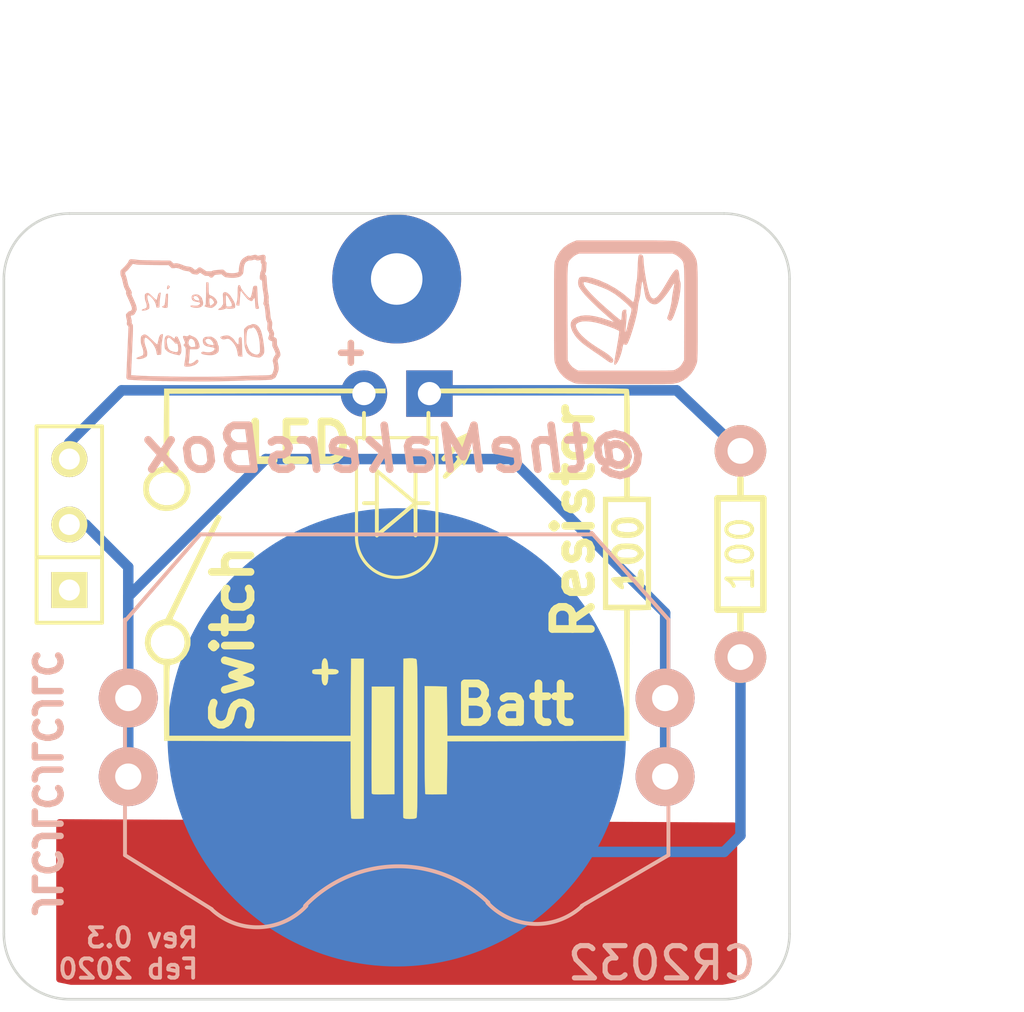
<source format=kicad_pcb>
(kicad_pcb (version 4) (host pcbnew 4.0.6)

  (general
    (links 7)
    (no_connects 0)
    (area 159.969999 72.339999 190.550001 102.920001)
    (thickness 1.6)
    (drawings 21)
    (tracks 22)
    (zones 0)
    (modules 9)
    (nets 6)
  )

  (page USLetter)
  (layers
    (0 F.Cu signal)
    (31 B.Cu signal)
    (34 B.Paste user)
    (35 F.Paste user)
    (36 B.SilkS user)
    (37 F.SilkS user)
    (38 B.Mask user)
    (39 F.Mask user)
    (40 Dwgs.User user)
    (44 Edge.Cuts user)
    (47 F.CrtYd user)
  )

  (setup
    (last_trace_width 0.1524)
    (user_trace_width 0.254)
    (user_trace_width 0.3048)
    (user_trace_width 0.4064)
    (user_trace_width 0.6096)
    (user_trace_width 2.032)
    (trace_clearance 0.1524)
    (zone_clearance 0.508)
    (zone_45_only no)
    (trace_min 0.1524)
    (segment_width 0.254)
    (edge_width 0.1)
    (via_size 0.6858)
    (via_drill 0.3302)
    (via_min_size 0.6858)
    (via_min_drill 0.3302)
    (user_via 1 0.5)
    (uvia_size 0.762)
    (uvia_drill 0.508)
    (uvias_allowed no)
    (uvia_min_size 0.508)
    (uvia_min_drill 0.127)
    (pcb_text_width 0.3)
    (pcb_text_size 1.5 1.5)
    (mod_edge_width 0.15)
    (mod_text_size 1 1)
    (mod_text_width 0.15)
    (pad_size 5 5)
    (pad_drill 2)
    (pad_to_mask_clearance 0)
    (aux_axis_origin 0 0)
    (grid_origin 210.82 95.25)
    (visible_elements 7FFCFFFF)
    (pcbplotparams
      (layerselection 0x010f0_80000001)
      (usegerberextensions true)
      (excludeedgelayer true)
      (linewidth 0.100000)
      (plotframeref false)
      (viasonmask false)
      (mode 1)
      (useauxorigin false)
      (hpglpennumber 1)
      (hpglpenspeed 20)
      (hpglpendiameter 15)
      (hpglpenoverlay 2)
      (psnegative false)
      (psa4output false)
      (plotreference true)
      (plotvalue true)
      (plotinvisibletext false)
      (padsonsilk false)
      (subtractmaskfromsilk false)
      (outputformat 1)
      (mirror false)
      (drillshape 0)
      (scaleselection 1)
      (outputdirectory gerbers/))
  )

  (net 0 "")
  (net 1 "Net-(BT1-Pad1)")
  (net 2 "Net-(D1-Pad1)")
  (net 3 "Net-(D1-Pad2)")
  (net 4 "Net-(BT1-Pad2)")
  (net 5 "Net-(SW1-Pad1)")

  (net_class Default "This is the default net class."
    (clearance 0.1524)
    (trace_width 0.1524)
    (via_dia 0.6858)
    (via_drill 0.3302)
    (uvia_dia 0.762)
    (uvia_drill 0.508)
    (add_net "Net-(BT1-Pad1)")
    (add_net "Net-(BT1-Pad2)")
    (add_net "Net-(D1-Pad1)")
    (add_net "Net-(D1-Pad2)")
    (add_net "Net-(SW1-Pad1)")
  )

  (module LEDs:LED_D3.0mm_Horizontal_O1.27mm_Z2.0mm (layer F.Cu) (tedit 5E45F7C7) (tstamp 5A813C26)
    (at 173.99 79.375)
    (descr "LED, diameter 3.0mm z-position of LED center 2.0mm, 2 pins")
    (tags "LED diameter 3.0mm z-position of LED center 2.0mm 2 pins")
    (path /593766DF)
    (fp_text reference D1 (at 1.27 -1.96) (layer F.SilkS) hide
      (effects (font (size 1 1) (thickness 0.15)))
    )
    (fp_text value LED (at 1.27 7.63) (layer F.Fab)
      (effects (font (size 1 1) (thickness 0.15)))
    )
    (fp_line (start 0.5 4.25) (end 0 4.25) (layer F.SilkS) (width 0.15))
    (fp_line (start 2 3) (end 2 5.5) (layer F.SilkS) (width 0.15))
    (fp_line (start 0.5 5.5) (end 2 4.25) (layer F.SilkS) (width 0.15))
    (fp_line (start 2 4.25) (end 0.5 3) (layer F.SilkS) (width 0.15))
    (fp_line (start 0.5 3) (end 0.5 5.5) (layer F.SilkS) (width 0.15))
    (fp_line (start 2 4.25) (end 2.5 4.25) (layer F.SilkS) (width 0.15))
    (fp_line (start 2.5 1.75) (end 2.5 0.75) (layer F.SilkS) (width 0.15))
    (fp_line (start 0 1.75) (end 0 0.75) (layer F.SilkS) (width 0.15))
    (fp_arc (start 1.27 5.57) (end -0.23 5.57) (angle -180) (layer F.Fab) (width 0.1))
    (fp_arc (start 1.27 5.57) (end -0.29 5.57) (angle -180) (layer F.SilkS) (width 0.12))
    (fp_line (start -0.23 1.77) (end -0.23 5.57) (layer F.Fab) (width 0.1))
    (fp_line (start 2.77 1.77) (end 2.77 5.57) (layer F.Fab) (width 0.1))
    (fp_line (start -0.23 1.77) (end 2.77 1.77) (layer F.Fab) (width 0.1))
    (fp_line (start 2.77 2.77) (end 2.77 1.77) (layer F.Fab) (width 0.1))
    (fp_line (start 0 1.77) (end 0 1.77) (layer F.Fab) (width 0.1))
    (fp_line (start 0 0) (end 0 0) (layer F.Fab) (width 0.1))
    (fp_line (start 2.54 1.77) (end 2.54 1.77) (layer F.Fab) (width 0.1))
    (fp_line (start 2.54 0) (end 2.54 0) (layer F.Fab) (width 0.1))
    (fp_line (start -0.29 1.71) (end -0.29 5.57) (layer F.SilkS) (width 0.12))
    (fp_line (start 2.83 1.71) (end 2.83 5.57) (layer F.SilkS) (width 0.12))
    (fp_line (start -0.29 1.71) (end 2.83 1.71) (layer F.SilkS) (width 0.12))
    (fp_line (start 2.83 2.83) (end 2.83 1.71) (layer F.SilkS) (width 0.12))
    (fp_line (start 0 1.71) (end 0 1.71) (layer F.SilkS) (width 0.12))
    (fp_line (start 2.54 1.71) (end 2.54 1.71) (layer F.SilkS) (width 0.12))
    (fp_line (start -1.25 -1.25) (end -1.25 6.9) (layer F.CrtYd) (width 0.05))
    (fp_line (start -1.25 7.4) (end 3.75 7.4) (layer F.CrtYd) (width 0.05))
    (fp_line (start 3.75 6.9) (end 3.75 -1.25) (layer F.CrtYd) (width 0.05))
    (fp_line (start 3.75 -1.25) (end -1.25 -1.25) (layer F.CrtYd) (width 0.05))
    (pad 2 thru_hole circle (at 0 0) (size 1.8 1.8) (drill 0.9) (layers *.Cu *.Mask)
      (net 3 "Net-(D1-Pad2)"))
    (pad 1 thru_hole rect (at 2.54 0) (size 1.8 1.8) (drill 0.9) (layers *.Cu *.Mask)
      (net 2 "Net-(D1-Pad1)"))
    (model ${KISYS3DMOD}/LEDs.3dshapes/LED_D3.0mm_Horizontal_O1.27mm_Z2.0mm.wrl
      (at (xyz 0 0 0))
      (scale (xyz 0.393701 0.393701 0.393701))
      (rotate (xyz 0 0 0))
    )
  )

  (module footprints:Resistor_Horz (layer F.Cu) (tedit 5AA1ED04) (tstamp 5A813C37)
    (at 188.595 85.598 270)
    (descr "Resistor, Axial,  RM 10mm, 1/3W,")
    (tags "Resistor, Axial, RM 10mm, 1/3W,")
    (path /59376ABD)
    (fp_text reference R1 (at 0 2.54 360) (layer F.SilkS) hide
      (effects (font (size 1 1) (thickness 0.15)))
    )
    (fp_text value 100 (at 0 0 270) (layer F.SilkS)
      (effects (font (size 1 1) (thickness 0.15)))
    )
    (fp_line (start 2.159 0.889) (end 2.159 -0.889) (layer F.SilkS) (width 0.254))
    (fp_line (start 2.159 -0.889) (end -2.159 -0.889) (layer F.SilkS) (width 0.254))
    (fp_line (start -2.159 0.889) (end 2.159 0.889) (layer F.SilkS) (width 0.254))
    (fp_line (start -2.159 0) (end -2.921 0) (layer F.SilkS) (width 0.254))
    (fp_line (start 2.159 0) (end 2.921 0) (layer F.SilkS) (width 0.254))
    (fp_line (start -2.159 0.889) (end -2.159 -0.889) (layer F.SilkS) (width 0.254))
    (pad 1 thru_hole circle (at -4 0 270) (size 1.99898 1.99898) (drill 1.00076) (layers *.Cu *.SilkS *.Mask)
      (net 2 "Net-(D1-Pad1)"))
    (pad 2 thru_hole circle (at 4 0 270) (size 1.99898 1.99898) (drill 1.00076) (layers *.Cu *.SilkS *.Mask)
      (net 4 "Net-(BT1-Pad2)"))
  )

  (module Pin_Headers:Pin_Header_Straight_1x01_Pitch2.54mm (layer F.Cu) (tedit 5E45F399) (tstamp 5A812002)
    (at 175.26 74.93)
    (descr "Through hole straight pin header, 1x01, 2.54mm pitch, single row")
    (tags "Through hole pin header THT 1x01 2.54mm single row")
    (fp_text reference REF** (at 0 -2.33) (layer F.SilkS) hide
      (effects (font (size 1 1) (thickness 0.15)))
    )
    (fp_text value Pin_Header_Straight_1x01_Pitch2.54mm (at 0 1) (layer F.Fab) hide
      (effects (font (size 0.127 0.127) (thickness 0.03175)))
    )
    (fp_line (start -0.635 -1.27) (end 1.27 -1.27) (layer F.Fab) (width 0.1))
    (fp_line (start 1.27 -1.27) (end 1.27 1.27) (layer F.Fab) (width 0.1))
    (fp_line (start 1.27 1.27) (end -1.27 1.27) (layer F.Fab) (width 0.1))
    (fp_line (start -1.27 1.27) (end -1.27 -0.635) (layer F.Fab) (width 0.1))
    (fp_line (start -1.27 -0.635) (end -0.635 -1.27) (layer F.Fab) (width 0.1))
    (fp_line (start -1.8 -1.8) (end -1.8 1.8) (layer F.CrtYd) (width 0.05))
    (fp_line (start -1.8 1.8) (end 1.8 1.8) (layer F.CrtYd) (width 0.05))
    (fp_line (start 1.8 1.8) (end 1.8 -1.8) (layer F.CrtYd) (width 0.05))
    (fp_line (start 1.8 -1.8) (end -1.8 -1.8) (layer F.CrtYd) (width 0.05))
    (pad 1 thru_hole circle (at 0 0) (size 5 5) (drill 2) (layers *.Cu *.Mask))
  )

  (module myFootPrints:MadeInOregonRev25 (layer F.Cu) (tedit 0) (tstamp 5A8109E1)
    (at 167.64 76.454)
    (fp_text reference VAL (at 0 0) (layer F.SilkS) hide
      (effects (font (size 1.143 1.143) (thickness 0.1778)))
    )
    (fp_text value MadeInOregonRev25 (at 0 0) (layer F.SilkS) hide
      (effects (font (size 1.143 1.143) (thickness 0.1778)))
    )
    (fp_poly (pts (xy -3.09626 -1.76022) (xy -3.09626 -1.72212) (xy -3.09372 -1.69672) (xy -3.09118 -1.67386)
      (xy -3.0861 -1.65608) (xy -3.07594 -1.63576) (xy -3.0734 -1.62814) (xy -3.0607 -1.6002)
      (xy -3.05054 -1.5748) (xy -3.04038 -1.54432) (xy -3.03022 -1.50876) (xy -3.02006 -1.46304)
      (xy -3.00736 -1.4097) (xy -3.00228 -1.39192) (xy -2.98704 -1.31826) (xy -2.96926 -1.2573)
      (xy -2.95402 -1.20396) (xy -2.9337 -1.15824) (xy -2.91338 -1.1176) (xy -2.91338 -1.74752)
      (xy -2.91338 -1.76276) (xy -2.91084 -1.77546) (xy -2.90322 -1.78816) (xy -2.89052 -1.8034)
      (xy -2.86766 -1.82118) (xy -2.8575 -1.83134) (xy -2.82956 -1.8542) (xy -2.80416 -1.8796)
      (xy -2.78638 -1.90246) (xy -2.77876 -1.91008) (xy -2.76606 -1.92786) (xy -2.74574 -1.95326)
      (xy -2.72034 -1.98374) (xy -2.69494 -2.01422) (xy -2.6924 -2.01676) (xy -2.66954 -2.0447)
      (xy -2.64922 -2.0701) (xy -2.63652 -2.08788) (xy -2.6289 -2.09804) (xy -2.6289 -2.10058)
      (xy -2.62382 -2.10566) (xy -2.60604 -2.10566) (xy -2.58064 -2.10566) (xy -2.55016 -2.10058)
      (xy -2.51968 -2.0955) (xy -2.50952 -2.09296) (xy -2.49682 -2.09042) (xy -2.48412 -2.08534)
      (xy -2.46888 -2.08534) (xy -2.4511 -2.0828) (xy -2.4257 -2.08026) (xy -2.39268 -2.07772)
      (xy -2.35458 -2.07772) (xy -2.30632 -2.07518) (xy -2.2479 -2.07518) (xy -2.17678 -2.07264)
      (xy -2.09296 -2.0701) (xy -2.03962 -2.0701) (xy -1.95326 -2.06756) (xy -1.8669 -2.06756)
      (xy -1.78054 -2.06502) (xy -1.69672 -2.06502) (xy -1.61798 -2.06248) (xy -1.54686 -2.06248)
      (xy -1.48336 -2.06248) (xy -1.4351 -2.06248) (xy -1.4224 -2.06248) (xy -1.22936 -2.06248)
      (xy -1.1684 -2.00152) (xy -1.10744 -1.9431) (xy -1.0668 -1.9431) (xy -1.03886 -1.9431)
      (xy -1.0033 -1.94564) (xy -0.97536 -1.95072) (xy -0.94234 -1.95326) (xy -0.91186 -1.95072)
      (xy -0.87884 -1.94564) (xy -0.8382 -1.93548) (xy -0.79248 -1.9177) (xy -0.7366 -1.89484)
      (xy -0.72136 -1.88976) (xy -0.67818 -1.86944) (xy -0.64516 -1.85674) (xy -0.61722 -1.84912)
      (xy -0.59182 -1.84404) (xy -0.56388 -1.83896) (xy -0.5461 -1.83642) (xy -0.50038 -1.83134)
      (xy -0.46482 -1.82626) (xy -0.43688 -1.81864) (xy -0.41656 -1.80848) (xy -0.39624 -1.79578)
      (xy -0.37592 -1.77546) (xy -0.37338 -1.77292) (xy -0.35052 -1.7526) (xy -0.32512 -1.73482)
      (xy -0.30734 -1.72212) (xy -0.30734 -1.72212) (xy -0.28702 -1.71704) (xy -0.25654 -1.71196)
      (xy -0.22098 -1.70434) (xy -0.18288 -1.7018) (xy -0.14986 -1.69672) (xy -0.12446 -1.69672)
      (xy -0.10922 -1.69926) (xy -0.09652 -1.70688) (xy -0.07366 -1.71958) (xy -0.05334 -1.73736)
      (xy -0.03048 -1.75768) (xy -0.01524 -1.7653) (xy -0.00508 -1.76784) (xy 0 -1.7653)
      (xy 0.01016 -1.75768) (xy 0.03048 -1.74498) (xy 0.05842 -1.7272) (xy 0.0889 -1.70688)
      (xy 0.09652 -1.7018) (xy 0.18288 -1.64846) (xy 0.25908 -1.64592) (xy 0.29464 -1.64338)
      (xy 0.3175 -1.64084) (xy 0.3302 -1.6383) (xy 0.34036 -1.63322) (xy 0.34544 -1.6256)
      (xy 0.34798 -1.62052) (xy 0.3683 -1.59766) (xy 0.39624 -1.58242) (xy 0.42672 -1.5748)
      (xy 0.4318 -1.5748) (xy 0.45974 -1.58242) (xy 0.48768 -1.6002) (xy 0.51562 -1.63068)
      (xy 0.52578 -1.64338) (xy 0.53848 -1.65608) (xy 0.5461 -1.66624) (xy 0.55626 -1.67386)
      (xy 0.56896 -1.68148) (xy 0.58928 -1.68402) (xy 0.61468 -1.6891) (xy 0.65278 -1.69418)
      (xy 0.70104 -1.69672) (xy 0.71628 -1.69926) (xy 0.8255 -1.70942) (xy 0.85598 -1.68148)
      (xy 0.89154 -1.64846) (xy 0.9271 -1.62306) (xy 0.95758 -1.60274) (xy 0.96774 -1.59766)
      (xy 0.9906 -1.59258) (xy 1.02362 -1.5875) (xy 1.0668 -1.58242) (xy 1.11252 -1.57734)
      (xy 1.16332 -1.57226) (xy 1.21158 -1.56972) (xy 1.2573 -1.56972) (xy 1.25984 -1.56972)
      (xy 1.3081 -1.56972) (xy 1.35128 -1.5748) (xy 1.39446 -1.57988) (xy 1.44272 -1.59004)
      (xy 1.48844 -1.6002) (xy 1.52146 -1.61036) (xy 1.54686 -1.62306) (xy 1.56972 -1.63576)
      (xy 1.59258 -1.65608) (xy 1.61798 -1.68148) (xy 1.63576 -1.7018) (xy 1.651 -1.72212)
      (xy 1.65862 -1.74498) (xy 1.66624 -1.77292) (xy 1.67386 -1.80848) (xy 1.6764 -1.85166)
      (xy 1.68148 -1.90246) (xy 1.6891 -1.9812) (xy 1.7018 -2.04978) (xy 1.72212 -2.10566)
      (xy 1.74752 -2.15138) (xy 1.75006 -2.15646) (xy 1.77546 -2.18186) (xy 1.81356 -2.2098)
      (xy 1.82626 -2.21742) (xy 1.8542 -2.23012) (xy 1.87706 -2.24028) (xy 1.89484 -2.24282)
      (xy 1.9177 -2.24282) (xy 1.92024 -2.24282) (xy 1.95834 -2.24282) (xy 2.00152 -2.25044)
      (xy 2.032 -2.25806) (xy 2.0701 -2.27076) (xy 2.09804 -2.27584) (xy 2.11582 -2.27838)
      (xy 2.13106 -2.2733) (xy 2.1463 -2.26822) (xy 2.15392 -2.26314) (xy 2.1844 -2.2479)
      (xy 2.22758 -2.24282) (xy 2.27584 -2.2479) (xy 2.29108 -2.25298) (xy 2.31394 -2.25806)
      (xy 2.33426 -2.26314) (xy 2.34188 -2.26314) (xy 2.34188 -2.25806) (xy 2.34442 -2.23774)
      (xy 2.34442 -2.21488) (xy 2.34442 -2.21234) (xy 2.34442 -2.1844) (xy 2.34696 -2.16408)
      (xy 2.35204 -2.1463) (xy 2.36474 -2.12852) (xy 2.3876 -2.0955) (xy 2.37998 -1.97612)
      (xy 2.37744 -1.9304) (xy 2.37236 -1.89738) (xy 2.36982 -1.87198) (xy 2.36474 -1.8542)
      (xy 2.35966 -1.83896) (xy 2.35204 -1.82372) (xy 2.34696 -1.8161) (xy 2.33172 -1.78562)
      (xy 2.3241 -1.75768) (xy 2.3241 -1.73736) (xy 2.32156 -1.70942) (xy 2.31902 -1.68656)
      (xy 2.31648 -1.67894) (xy 2.31394 -1.66116) (xy 2.30886 -1.63576) (xy 2.30886 -1.60274)
      (xy 2.30886 -1.59004) (xy 2.30886 -1.55702) (xy 2.30886 -1.5367) (xy 2.31394 -1.52146)
      (xy 2.32156 -1.5113) (xy 2.33172 -1.4986) (xy 2.33426 -1.49606) (xy 2.35458 -1.48082)
      (xy 2.3749 -1.4732) (xy 2.37744 -1.47066) (xy 2.3876 -1.47066) (xy 2.39268 -1.46558)
      (xy 2.39776 -1.45034) (xy 2.4003 -1.42494) (xy 2.40284 -1.39192) (xy 2.40538 -1.35382)
      (xy 2.40538 -1.33096) (xy 2.40792 -1.28778) (xy 2.413 -1.2319) (xy 2.42062 -1.16078)
      (xy 2.43332 -1.07442) (xy 2.4511 -0.97536) (xy 2.4511 -0.96774) (xy 2.45872 -0.92456)
      (xy 2.4638 -0.88392) (xy 2.46888 -0.85344) (xy 2.47142 -0.83058) (xy 2.47396 -0.82296)
      (xy 2.47396 -0.81026) (xy 2.47142 -0.7874) (xy 2.47142 -0.75692) (xy 2.46888 -0.72644)
      (xy 2.46888 -0.69342) (xy 2.46634 -0.66294) (xy 2.4638 -0.64262) (xy 2.46126 -0.635)
      (xy 2.4511 -0.6096) (xy 2.44856 -0.57912) (xy 2.4511 -0.54864) (xy 2.46126 -0.52324)
      (xy 2.4765 -0.51054) (xy 2.48412 -0.49784) (xy 2.49174 -0.47244) (xy 2.5019 -0.4318)
      (xy 2.50952 -0.37592) (xy 2.51968 -0.30734) (xy 2.5273 -0.2286) (xy 2.53238 -0.16764)
      (xy 2.53746 -0.1143) (xy 2.54254 -0.0635) (xy 2.54762 -0.02032) (xy 2.5527 0.01524)
      (xy 2.55524 0.04064) (xy 2.55778 0.05334) (xy 2.56794 0.07366) (xy 2.5781 0.1016)
      (xy 2.58826 0.127) (xy 2.59588 0.14732) (xy 2.6035 0.16256) (xy 2.60604 0.18034)
      (xy 2.60858 0.20066) (xy 2.60858 0.22606) (xy 2.60604 0.25908) (xy 2.6035 0.3048)
      (xy 2.6035 0.32512) (xy 2.60096 0.37084) (xy 2.60096 0.4064) (xy 2.60604 0.43434)
      (xy 2.61366 0.45974) (xy 2.62636 0.48768) (xy 2.64668 0.5207) (xy 2.66446 0.5588)
      (xy 2.67462 0.58674) (xy 2.6797 0.61468) (xy 2.67462 0.64262) (xy 2.66446 0.68072)
      (xy 2.65938 0.69088) (xy 2.64668 0.72898) (xy 2.63906 0.75946) (xy 2.63906 0.77978)
      (xy 2.6416 0.79756) (xy 2.64922 0.8128) (xy 2.64922 0.81534) (xy 2.66446 0.83058)
      (xy 2.68986 0.84836) (xy 2.72034 0.86614) (xy 2.75336 0.87884) (xy 2.77368 0.88646)
      (xy 2.794 0.89154) (xy 2.794 0.98044) (xy 2.794 1.07188) (xy 2.82448 1.13538)
      (xy 2.8575 1.20396) (xy 2.8829 1.26238) (xy 2.90322 1.31064) (xy 2.91592 1.3462)
      (xy 2.921 1.36652) (xy 2.92354 1.3843) (xy 2.92354 1.39954) (xy 2.91592 1.41478)
      (xy 2.90068 1.4351) (xy 2.90068 1.43764) (xy 2.87274 1.47828) (xy 2.84988 1.51638)
      (xy 2.8321 1.5621) (xy 2.82448 1.59004) (xy 2.80924 1.64338) (xy 2.8321 1.74244)
      (xy 2.84734 1.80848) (xy 2.85496 1.86182) (xy 2.86004 1.90754) (xy 2.86004 1.94818)
      (xy 2.85242 1.98628) (xy 2.84226 2.02438) (xy 2.84226 2.02438) (xy 2.82702 2.06756)
      (xy 2.81432 2.10566) (xy 2.79908 2.13868) (xy 2.78892 2.16154) (xy 2.77876 2.1717)
      (xy 2.77876 2.17424) (xy 2.7686 2.17678) (xy 2.74828 2.1844) (xy 2.74066 2.18948)
      (xy 2.7178 2.1971) (xy 2.68224 2.20472) (xy 2.63398 2.2098) (xy 2.57302 2.21234)
      (xy 2.49682 2.21488) (xy 2.40792 2.21742) (xy 2.30632 2.21742) (xy 2.29616 2.21742)
      (xy 2.24028 2.21996) (xy 2.17424 2.21996) (xy 2.10058 2.2225) (xy 2.02184 2.2225)
      (xy 1.9431 2.22504) (xy 1.86944 2.23012) (xy 1.84912 2.23012) (xy 1.6129 2.23774)
      (xy 1.38684 2.2479) (xy 1.16332 2.25298) (xy 0.9398 2.25806) (xy 0.71882 2.26314)
      (xy 0.4953 2.26568) (xy 0.26924 2.26822) (xy 0.03556 2.26822) (xy -0.2032 2.26822)
      (xy -0.45466 2.26822) (xy -0.71628 2.26568) (xy -0.84836 2.26314) (xy -1.03378 2.2606)
      (xy -1.20396 2.25806) (xy -1.36144 2.25552) (xy -1.50622 2.25298) (xy -1.64084 2.25044)
      (xy -1.7653 2.2479) (xy -1.88214 2.24536) (xy -1.98882 2.24282) (xy -2.08788 2.23774)
      (xy -2.17932 2.2352) (xy -2.26822 2.23266) (xy -2.35204 2.22758) (xy -2.39776 2.22504)
      (xy -2.46126 2.2225) (xy -2.51968 2.21742) (xy -2.57302 2.21488) (xy -2.61874 2.21234)
      (xy -2.65176 2.2098) (xy -2.67462 2.2098) (xy -2.68732 2.2098) (xy -2.68732 2.2098)
      (xy -2.68732 2.20218) (xy -2.68478 2.17932) (xy -2.68478 2.1463) (xy -2.68224 2.09804)
      (xy -2.6797 2.03962) (xy -2.67716 1.97104) (xy -2.67208 1.8923) (xy -2.66954 1.80594)
      (xy -2.66446 1.70942) (xy -2.65938 1.60782) (xy -2.65684 1.50114) (xy -2.65176 1.38684)
      (xy -2.64414 1.27) (xy -2.64414 1.25476) (xy -2.63906 1.11506) (xy -2.63398 0.98806)
      (xy -2.6289 0.87376) (xy -2.62382 0.77216) (xy -2.61874 0.68326) (xy -2.6162 0.60452)
      (xy -2.61366 0.53848) (xy -2.61112 0.47752) (xy -2.61112 0.42926) (xy -2.61112 0.38608)
      (xy -2.61112 0.35306) (xy -2.61112 0.32258) (xy -2.61112 0.29972) (xy -2.61366 0.28194)
      (xy -2.6162 0.2667) (xy -2.61874 0.25654) (xy -2.62128 0.24638) (xy -2.62636 0.23876)
      (xy -2.63144 0.23368) (xy -2.63652 0.22606) (xy -2.6416 0.21844) (xy -2.6543 0.2032)
      (xy -2.66192 0.18796) (xy -2.66446 0.17272) (xy -2.66192 0.14732) (xy -2.66192 0.13716)
      (xy -2.66192 0.1016) (xy -2.66446 0.06858) (xy -2.67462 0.02794) (xy -2.67462 0.0254)
      (xy -2.68732 -0.01778) (xy -2.69494 -0.04826) (xy -2.69748 -0.07112) (xy -2.69748 -0.08382)
      (xy -2.69494 -0.09398) (xy -2.68732 -0.09906) (xy -2.68732 -0.1016) (xy -2.66954 -0.10668)
      (xy -2.64668 -0.1143) (xy -2.63652 -0.1143) (xy -2.60858 -0.12192) (xy -2.58572 -0.13208)
      (xy -2.5654 -0.14732) (xy -2.54762 -0.17018) (xy -2.52476 -0.20574) (xy -2.50698 -0.2413)
      (xy -2.4638 -0.3302) (xy -2.47142 -0.40894) (xy -2.4765 -0.43942) (xy -2.48158 -0.46736)
      (xy -2.4892 -0.49276) (xy -2.49682 -0.5207) (xy -2.50952 -0.55626) (xy -2.52984 -0.59944)
      (xy -2.53492 -0.61214) (xy -2.55524 -0.66294) (xy -2.5781 -0.71374) (xy -2.60096 -0.76708)
      (xy -2.62128 -0.8128) (xy -2.63144 -0.83058) (xy -2.64668 -0.86868) (xy -2.65938 -0.89662)
      (xy -2.667 -0.91694) (xy -2.66954 -0.92964) (xy -2.667 -0.9398) (xy -2.667 -0.94996)
      (xy -2.65938 -0.97536) (xy -2.65938 -1.00584) (xy -2.66954 -1.03886) (xy -2.68732 -1.0795)
      (xy -2.71272 -1.12776) (xy -2.71526 -1.1303) (xy -2.73812 -1.17094) (xy -2.75844 -1.2065)
      (xy -2.77368 -1.23698) (xy -2.78384 -1.26746) (xy -2.79654 -1.30048) (xy -2.8067 -1.34112)
      (xy -2.81686 -1.38684) (xy -2.82702 -1.43256) (xy -2.84226 -1.49606) (xy -2.85496 -1.54686)
      (xy -2.86512 -1.5875) (xy -2.87528 -1.62052) (xy -2.88544 -1.64846) (xy -2.89306 -1.67132)
      (xy -2.90068 -1.68148) (xy -2.9083 -1.70942) (xy -2.91338 -1.7399) (xy -2.91338 -1.74752)
      (xy -2.91338 -1.1176) (xy -2.91084 -1.11506) (xy -2.90576 -1.09982) (xy -2.88798 -1.07188)
      (xy -2.87782 -1.04902) (xy -2.87274 -1.03632) (xy -2.87274 -1.02616) (xy -2.87782 -1.016)
      (xy -2.88036 -0.99822) (xy -2.8829 -0.98044) (xy -2.87782 -0.95758) (xy -2.8702 -0.92964)
      (xy -2.85496 -0.89408) (xy -2.83464 -0.84582) (xy -2.8194 -0.81534) (xy -2.78384 -0.73406)
      (xy -2.74828 -0.65786) (xy -2.72034 -0.58928) (xy -2.69494 -0.52832) (xy -2.67462 -0.47752)
      (xy -2.66192 -0.43688) (xy -2.6543 -0.40894) (xy -2.6543 -0.4064) (xy -2.64922 -0.37846)
      (xy -2.65176 -0.36068) (xy -2.65684 -0.34036) (xy -2.66446 -0.32766) (xy -2.67462 -0.30734)
      (xy -2.68732 -0.29464) (xy -2.70256 -0.28702) (xy -2.72542 -0.28194) (xy -2.73812 -0.2794)
      (xy -2.75336 -0.27686) (xy -2.77114 -0.2667) (xy -2.78892 -0.25146) (xy -2.81686 -0.22606)
      (xy -2.82448 -0.2159) (xy -2.84988 -0.1905) (xy -2.86766 -0.17272) (xy -2.87782 -0.16002)
      (xy -2.8829 -0.14732) (xy -2.8829 -0.13208) (xy -2.8829 -0.12192) (xy -2.88036 -0.06858)
      (xy -2.86766 -0.00762) (xy -2.85242 0.05588) (xy -2.8448 0.08382) (xy -2.84226 0.10668)
      (xy -2.84226 0.12954) (xy -2.8448 0.16002) (xy -2.84734 0.1651) (xy -2.84988 0.19812)
      (xy -2.84988 0.22606) (xy -2.84226 0.24892) (xy -2.82448 0.27686) (xy -2.8067 0.29972)
      (xy -2.78384 0.32766) (xy -2.82702 1.3081) (xy -2.8321 1.42748) (xy -2.83718 1.54432)
      (xy -2.84226 1.65608) (xy -2.84734 1.76276) (xy -2.84988 1.86182) (xy -2.85496 1.95326)
      (xy -2.8575 2.03708) (xy -2.86004 2.11074) (xy -2.86258 2.17424) (xy -2.86512 2.22758)
      (xy -2.86512 2.26822) (xy -2.86512 2.29616) (xy -2.86512 2.3114) (xy -2.86512 2.3114)
      (xy -2.85496 2.3368) (xy -2.83464 2.35966) (xy -2.81178 2.3749) (xy -2.8067 2.37744)
      (xy -2.794 2.37998) (xy -2.76606 2.38252) (xy -2.72796 2.38506) (xy -2.6797 2.39014)
      (xy -2.62128 2.39268) (xy -2.55778 2.39776) (xy -2.48412 2.4003) (xy -2.40792 2.40538)
      (xy -2.32664 2.40792) (xy -2.24536 2.413) (xy -2.16154 2.41554) (xy -2.08026 2.41808)
      (xy -1.99898 2.42062) (xy -1.92278 2.42316) (xy -1.85166 2.4257) (xy -1.80848 2.42824)
      (xy -1.74752 2.42824) (xy -1.67386 2.43078) (xy -1.59004 2.43078) (xy -1.4986 2.43332)
      (xy -1.397 2.43586) (xy -1.29032 2.43586) (xy -1.1811 2.4384) (xy -1.0668 2.4384)
      (xy -0.95504 2.44094) (xy -0.84582 2.44348) (xy -0.80264 2.44348) (xy -0.70104 2.44348)
      (xy -0.59944 2.44602) (xy -0.50038 2.44602) (xy -0.40386 2.44856) (xy -0.31496 2.44856)
      (xy -0.23114 2.44856) (xy -0.15748 2.4511) (xy -0.09398 2.4511) (xy -0.04064 2.4511)
      (xy 0 2.4511) (xy 0.02286 2.4511) (xy 0.05842 2.4511) (xy 0.10922 2.4511)
      (xy 0.17018 2.4511) (xy 0.2413 2.4511) (xy 0.3175 2.4511) (xy 0.39878 2.44856)
      (xy 0.4826 2.44856) (xy 0.56642 2.44602) (xy 0.60198 2.44602) (xy 0.75692 2.44348)
      (xy 0.90678 2.4384) (xy 1.0541 2.43586) (xy 1.1938 2.43078) (xy 1.32588 2.42824)
      (xy 1.45034 2.42316) (xy 1.56464 2.42062) (xy 1.66624 2.41808) (xy 1.7526 2.413)
      (xy 1.77038 2.413) (xy 1.82626 2.41046) (xy 1.8923 2.40792) (xy 1.96342 2.40792)
      (xy 2.03454 2.40538) (xy 2.10312 2.40538) (xy 2.12852 2.40538) (xy 2.19456 2.40538)
      (xy 2.26822 2.40284) (xy 2.3495 2.40284) (xy 2.42824 2.39776) (xy 2.50444 2.39522)
      (xy 2.54254 2.39522) (xy 2.75844 2.38252) (xy 2.82956 2.3495) (xy 2.86258 2.33172)
      (xy 2.88798 2.31902) (xy 2.90576 2.30632) (xy 2.91084 2.30124) (xy 2.92608 2.28092)
      (xy 2.94132 2.25044) (xy 2.96164 2.2098) (xy 2.97942 2.16662) (xy 2.9972 2.12344)
      (xy 3.01244 2.08534) (xy 3.02514 2.0447) (xy 3.03276 2.01168) (xy 3.03784 1.98628)
      (xy 3.04038 1.9558) (xy 3.04038 1.93548) (xy 3.0353 1.86182) (xy 3.0226 1.778)
      (xy 3.00736 1.70434) (xy 2.99974 1.66878) (xy 2.99974 1.64084) (xy 3.00736 1.61036)
      (xy 3.0226 1.57734) (xy 3.04546 1.53924) (xy 3.0607 1.52146) (xy 3.08356 1.4859)
      (xy 3.0988 1.4605) (xy 3.10642 1.4351) (xy 3.10896 1.4097) (xy 3.10642 1.37668)
      (xy 3.0988 1.33858) (xy 3.09118 1.3081) (xy 3.07848 1.26746) (xy 3.0607 1.22174)
      (xy 3.04038 1.1684) (xy 3.01498 1.1176) (xy 2.99466 1.07442) (xy 2.98704 1.05664)
      (xy 2.97942 1.0414) (xy 2.97688 1.02362) (xy 2.97434 1.0033) (xy 2.97434 0.97282)
      (xy 2.97434 0.93218) (xy 2.97434 0.9271) (xy 2.9718 0.87884) (xy 2.96926 0.8382)
      (xy 2.96418 0.81026) (xy 2.95148 0.7874) (xy 2.9337 0.76708) (xy 2.90576 0.7493)
      (xy 2.86766 0.72898) (xy 2.84734 0.71882) (xy 2.84734 0.7112) (xy 2.84988 0.69342)
      (xy 2.85496 0.66802) (xy 2.8575 0.6604) (xy 2.86258 0.61468) (xy 2.86258 0.5842)
      (xy 2.86258 0.57658) (xy 2.84988 0.5334) (xy 2.82956 0.48768) (xy 2.8067 0.44196)
      (xy 2.79908 0.42926) (xy 2.79146 0.41656) (xy 2.78638 0.40386) (xy 2.7813 0.38862)
      (xy 2.7813 0.37084) (xy 2.7813 0.34798) (xy 2.7813 0.3175) (xy 2.78638 0.27432)
      (xy 2.79146 0.22098) (xy 2.79146 0.21844) (xy 2.79146 0.19304) (xy 2.79146 0.16764)
      (xy 2.78384 0.1397) (xy 2.77622 0.11176) (xy 2.76352 0.07874) (xy 2.75336 0.04826)
      (xy 2.7432 0.0254) (xy 2.74066 0.02032) (xy 2.73558 0.00762) (xy 2.7305 -0.0127)
      (xy 2.72796 -0.04064) (xy 2.72288 -0.07874) (xy 2.7178 -0.12954) (xy 2.71272 -0.1905)
      (xy 2.7051 -0.25908) (xy 2.69748 -0.32512) (xy 2.68986 -0.38862) (xy 2.6797 -0.44958)
      (xy 2.67208 -0.50292) (xy 2.66446 -0.5461) (xy 2.6543 -0.57658) (xy 2.65176 -0.58674)
      (xy 2.65176 -0.60452) (xy 2.6543 -0.6223) (xy 2.65684 -0.6477) (xy 2.65176 -0.68326)
      (xy 2.65176 -0.68326) (xy 2.64668 -0.71628) (xy 2.64922 -0.75184) (xy 2.65176 -0.76962)
      (xy 2.6543 -0.79248) (xy 2.65684 -0.8128) (xy 2.6543 -0.83566) (xy 2.65176 -0.8636)
      (xy 2.64414 -0.90424) (xy 2.6416 -0.91948) (xy 2.62382 -1.01346) (xy 2.61112 -1.09982)
      (xy 2.60096 -1.1811) (xy 2.59334 -1.26238) (xy 2.58572 -1.35128) (xy 2.58064 -1.42748)
      (xy 2.5781 -1.49352) (xy 2.57302 -1.54432) (xy 2.57048 -1.58496) (xy 2.5654 -1.61544)
      (xy 2.56286 -1.6383) (xy 2.55524 -1.65608) (xy 2.54762 -1.66878) (xy 2.53746 -1.6764)
      (xy 2.52984 -1.68402) (xy 2.51714 -1.69418) (xy 2.51206 -1.70688) (xy 2.5146 -1.72466)
      (xy 2.52222 -1.75006) (xy 2.53238 -1.77546) (xy 2.53238 -1.77546) (xy 2.54 -1.78816)
      (xy 2.54254 -1.79832) (xy 2.54762 -1.81102) (xy 2.55016 -1.8288) (xy 2.5527 -1.85166)
      (xy 2.55524 -1.88214) (xy 2.55778 -1.92532) (xy 2.56286 -1.97866) (xy 2.56286 -2.0066)
      (xy 2.57302 -2.159) (xy 2.54762 -2.18948) (xy 2.52222 -2.21996) (xy 2.52984 -2.29616)
      (xy 2.53238 -2.34442) (xy 2.53238 -2.37998) (xy 2.52984 -2.40538) (xy 2.51968 -2.4257)
      (xy 2.50698 -2.44094) (xy 2.50444 -2.44348) (xy 2.4892 -2.45618) (xy 2.47142 -2.46126)
      (xy 2.44856 -2.4638) (xy 2.42062 -2.4638) (xy 2.38252 -2.45618) (xy 2.33172 -2.44602)
      (xy 2.32664 -2.44348) (xy 2.2352 -2.42316) (xy 2.19964 -2.44348) (xy 2.17424 -2.45618)
      (xy 2.15138 -2.4638) (xy 2.12344 -2.4638) (xy 2.09296 -2.45872) (xy 2.04978 -2.4511)
      (xy 2.0193 -2.44348) (xy 1.98374 -2.43332) (xy 1.9558 -2.4257) (xy 1.93802 -2.42316)
      (xy 1.92024 -2.4257) (xy 1.90754 -2.42824) (xy 1.88722 -2.43078) (xy 1.86944 -2.43078)
      (xy 1.84912 -2.42824) (xy 1.82372 -2.41808) (xy 1.79324 -2.40284) (xy 1.76022 -2.38506)
      (xy 1.71958 -2.3622) (xy 1.6891 -2.34442) (xy 1.66624 -2.32664) (xy 1.64846 -2.3114)
      (xy 1.63068 -2.29362) (xy 1.6129 -2.27076) (xy 1.59258 -2.2479) (xy 1.57734 -2.22504)
      (xy 1.56718 -2.20472) (xy 1.55702 -2.17932) (xy 1.54432 -2.1463) (xy 1.53162 -2.10312)
      (xy 1.52908 -2.09296) (xy 1.51638 -2.0447) (xy 1.50876 -2.00406) (xy 1.50368 -1.96596)
      (xy 1.4986 -1.92278) (xy 1.4986 -1.90754) (xy 1.49606 -1.86182) (xy 1.49352 -1.8288)
      (xy 1.4859 -1.80594) (xy 1.4732 -1.7907) (xy 1.45288 -1.778) (xy 1.4224 -1.77038)
      (xy 1.39446 -1.76276) (xy 1.3335 -1.7526) (xy 1.26238 -1.74752) (xy 1.18364 -1.75006)
      (xy 1.10998 -1.75768) (xy 1.03124 -1.7653) (xy 0.9652 -1.82372) (xy 0.9398 -1.84912)
      (xy 0.9144 -1.8669) (xy 0.89408 -1.88214) (xy 0.88392 -1.88722) (xy 0.86868 -1.88722)
      (xy 0.84328 -1.88722) (xy 0.80518 -1.88722) (xy 0.762 -1.88214) (xy 0.7112 -1.8796)
      (xy 0.6604 -1.87452) (xy 0.6096 -1.86944) (xy 0.56642 -1.86436) (xy 0.52324 -1.85674)
      (xy 0.49276 -1.85166) (xy 0.47244 -1.8415) (xy 0.45974 -1.83642) (xy 0.44958 -1.8288)
      (xy 0.43942 -1.82372) (xy 0.42418 -1.82118) (xy 0.40386 -1.82118) (xy 0.37592 -1.82118)
      (xy 0.33782 -1.82118) (xy 0.23622 -1.82372) (xy 0.13208 -1.8923) (xy 0.09398 -1.9177)
      (xy 0.06096 -1.93802) (xy 0.03302 -1.9558) (xy 0.0127 -1.96596) (xy 0.00508 -1.97104)
      (xy -0.02286 -1.97866) (xy -0.04826 -1.97358) (xy -0.07874 -1.95834) (xy -0.1143 -1.92786)
      (xy -0.11684 -1.92532) (xy -0.1397 -1.905) (xy -0.15748 -1.8923) (xy -0.17272 -1.88468)
      (xy -0.18796 -1.88214) (xy -0.19304 -1.88214) (xy -0.21082 -1.88468) (xy -0.22352 -1.88722)
      (xy -0.2413 -1.89992) (xy -0.26162 -1.9177) (xy -0.27178 -1.92786) (xy -0.30226 -1.95326)
      (xy -0.33528 -1.97358) (xy -0.37338 -1.98882) (xy -0.41656 -1.99898) (xy -0.47244 -2.00914)
      (xy -0.50038 -2.01168) (xy -0.53848 -2.01676) (xy -0.56896 -2.02438) (xy -0.59944 -2.03454)
      (xy -0.635 -2.04724) (xy -0.66548 -2.05994) (xy -0.70866 -2.07772) (xy -0.75692 -2.0955)
      (xy -0.80264 -2.11074) (xy -0.83058 -2.11836) (xy -0.86868 -2.12598) (xy -0.89662 -2.1336)
      (xy -0.91948 -2.1336) (xy -0.94234 -2.1336) (xy -0.97282 -2.13106) (xy -1.03378 -2.12344)
      (xy -1.0922 -2.17678) (xy -1.12776 -2.2098) (xy -1.1557 -2.23012) (xy -1.17348 -2.2352)
      (xy -1.18618 -2.23774) (xy -1.21412 -2.23774) (xy -1.24968 -2.24028) (xy -1.2954 -2.24028)
      (xy -1.3462 -2.24028) (xy -1.40208 -2.24028) (xy -1.40462 -2.24028) (xy -1.48844 -2.24028)
      (xy -1.57734 -2.24282) (xy -1.66878 -2.24282) (xy -1.76022 -2.24282) (xy -1.85166 -2.24536)
      (xy -1.94056 -2.2479) (xy -2.02438 -2.2479) (xy -2.10566 -2.25044) (xy -2.18186 -2.25298)
      (xy -2.25044 -2.25552) (xy -2.30886 -2.25806) (xy -2.35966 -2.2606) (xy -2.39776 -2.26314)
      (xy -2.42316 -2.26568) (xy -2.43586 -2.26822) (xy -2.45364 -2.27076) (xy -2.48666 -2.27584)
      (xy -2.52476 -2.28092) (xy -2.5654 -2.28346) (xy -2.58572 -2.286) (xy -2.63144 -2.28854)
      (xy -2.66446 -2.29108) (xy -2.68732 -2.29108) (xy -2.7051 -2.29108) (xy -2.7178 -2.28854)
      (xy -2.72796 -2.28346) (xy -2.7305 -2.28092) (xy -2.7559 -2.2606) (xy -2.77876 -2.22758)
      (xy -2.78892 -2.19202) (xy -2.79654 -2.17678) (xy -2.81178 -2.15392) (xy -2.8321 -2.13106)
      (xy -2.83718 -2.12344) (xy -2.86258 -2.09296) (xy -2.88544 -2.06502) (xy -2.90576 -2.04216)
      (xy -2.9083 -2.03708) (xy -2.92354 -2.0193) (xy -2.94894 -1.9939) (xy -2.97688 -1.96596)
      (xy -3.00482 -1.93802) (xy -3.03276 -1.91262) (xy -3.05816 -1.88976) (xy -3.07594 -1.87198)
      (xy -3.0861 -1.85928) (xy -3.0861 -1.85928) (xy -3.09118 -1.8415) (xy -3.09626 -1.81102)
      (xy -3.09626 -1.77038) (xy -3.09626 -1.76022) (xy -3.09626 -1.76022)) (layer B.SilkS) (width 0.00254))
    (fp_poly (pts (xy -0.67056 0.70358) (xy -0.67056 0.72136) (xy -0.66802 0.72644) (xy -0.66548 0.74676)
      (xy -0.65532 0.7747) (xy -0.64262 0.80772) (xy -0.63246 0.83312) (xy -0.61468 0.8763)
      (xy -0.60198 0.90932) (xy -0.59436 0.93218) (xy -0.59182 0.94996) (xy -0.5969 0.9652)
      (xy -0.60198 0.9779) (xy -0.61722 0.99568) (xy -0.63246 1.01092) (xy -0.64516 1.02362)
      (xy -0.6477 1.03632) (xy -0.64262 1.05156) (xy -0.62484 1.07188) (xy -0.6223 1.07696)
      (xy -0.59944 1.10236) (xy -0.5842 1.12522) (xy -0.57404 1.14554) (xy -0.56896 1.17348)
      (xy -0.56388 1.2065) (xy -0.56134 1.24968) (xy -0.56134 1.26238) (xy -0.56134 1.31572)
      (xy -0.56134 1.36652) (xy -0.56642 1.41986) (xy -0.5715 1.47828) (xy -0.58166 1.54686)
      (xy -0.59182 1.62306) (xy -0.59944 1.66116) (xy -0.60706 1.71704) (xy -0.61468 1.76022)
      (xy -0.61722 1.79324) (xy -0.61976 1.8161) (xy -0.61722 1.83388) (xy -0.61468 1.84658)
      (xy -0.6096 1.85674) (xy -0.6096 1.85928) (xy -0.60198 1.8669) (xy -0.59436 1.86944)
      (xy -0.58166 1.87198) (xy -0.56134 1.87452) (xy -0.53086 1.87452) (xy -0.51308 1.87452)
      (xy -0.47752 1.87452) (xy -0.45974 1.87198) (xy -0.45974 0.94234) (xy -0.45212 0.89662)
      (xy -0.43688 0.85344) (xy -0.41402 0.81788) (xy -0.40894 0.81026) (xy -0.38354 0.79502)
      (xy -0.35306 0.79248) (xy -0.32258 0.8001) (xy -0.2921 0.81788) (xy -0.26162 0.84582)
      (xy -0.23622 0.87884) (xy -0.21844 0.91948) (xy -0.21336 0.92964) (xy -0.20828 0.9525)
      (xy -0.2032 0.98044) (xy -0.19812 1.01092) (xy -0.19304 1.0414) (xy -0.1905 1.06934)
      (xy -0.18796 1.08712) (xy -0.1905 1.09728) (xy -0.20066 1.09982) (xy -0.22098 1.1049)
      (xy -0.24892 1.10998) (xy -0.2794 1.11252) (xy -0.30734 1.11506) (xy -0.3302 1.1176)
      (xy -0.34036 1.1176) (xy -0.36322 1.10998) (xy -0.38862 1.09474) (xy -0.39878 1.08458)
      (xy -0.4191 1.06172) (xy -0.43688 1.03886) (xy -0.44196 1.02616) (xy -0.4572 0.98806)
      (xy -0.45974 0.94234) (xy -0.45974 1.87198) (xy -0.4445 1.87198) (xy -0.42164 1.87198)
      (xy -0.41148 1.86944) (xy -0.37338 1.86182) (xy -0.3302 1.85166) (xy -0.28448 1.83642)
      (xy -0.24384 1.82372) (xy -0.21336 1.80848) (xy -0.20828 1.80848) (xy -0.17018 1.78562)
      (xy -0.13462 1.75768) (xy -0.10414 1.7272) (xy -0.08382 1.69926) (xy -0.07112 1.67386)
      (xy -0.07112 1.651) (xy -0.07112 1.651) (xy -0.08382 1.63068) (xy -0.10414 1.6129)
      (xy -0.12446 1.60528) (xy -0.12446 1.60528) (xy -0.1397 1.6129) (xy -0.16256 1.62814)
      (xy -0.19558 1.65608) (xy -0.20066 1.65862) (xy -0.24384 1.69672) (xy -0.28702 1.72466)
      (xy -0.3302 1.74498) (xy -0.37084 1.75768) (xy -0.40386 1.76276) (xy -0.4318 1.75514)
      (xy -0.43942 1.75006) (xy -0.44958 1.74244) (xy -0.45212 1.73482) (xy -0.45212 1.71958)
      (xy -0.44704 1.69672) (xy -0.4445 1.69418) (xy -0.44196 1.67386) (xy -0.43688 1.64338)
      (xy -0.4318 1.60274) (xy -0.42926 1.55194) (xy -0.42418 1.4859) (xy -0.4191 1.4097)
      (xy -0.41402 1.31826) (xy -0.41148 1.29286) (xy -0.4064 1.20142) (xy -0.27178 1.20142)
      (xy -0.21336 1.20142) (xy -0.17018 1.20142) (xy -0.13462 1.19888) (xy -0.10668 1.19126)
      (xy -0.08636 1.18364) (xy -0.06858 1.1684) (xy -0.0508 1.15316) (xy -0.04572 1.14808)
      (xy -0.03048 1.12776) (xy -0.0254 1.11506) (xy -0.0254 1.09474) (xy -0.02794 1.08458)
      (xy -0.04318 0.99822) (xy -0.06858 0.92202) (xy -0.1016 0.85598) (xy -0.14224 0.8001)
      (xy -0.1524 0.78994) (xy -0.18796 0.75692) (xy -0.22352 0.73406) (xy -0.26416 0.71374)
      (xy -0.29718 0.70104) (xy -0.3302 0.68834) (xy -0.36322 0.6731) (xy -0.37846 0.66548)
      (xy -0.4191 0.64262) (xy -0.44704 0.66548) (xy -0.4699 0.68326) (xy -0.49022 0.69596)
      (xy -0.51308 0.6985) (xy -0.54102 0.69596) (xy -0.57404 0.69088) (xy -0.60706 0.68326)
      (xy -0.62992 0.68326) (xy -0.64516 0.68326) (xy -0.65532 0.6858) (xy -0.66802 0.69342)
      (xy -0.67056 0.70358) (xy -0.67056 0.70358)) (layer B.SilkS) (width 0.00254))
    (fp_poly (pts (xy -2.47904 1.55448) (xy -2.47142 1.56464) (xy -2.47142 1.56718) (xy -2.45364 1.5748)
      (xy -2.4257 1.57988) (xy -2.39014 1.58242) (xy -2.3495 1.57988) (xy -2.30886 1.57734)
      (xy -2.29108 1.57226) (xy -2.24536 1.5621) (xy -2.1971 1.54686) (xy -2.15392 1.52654)
      (xy -2.11836 1.50622) (xy -2.0955 1.49098) (xy -2.08026 1.47828) (xy -2.07264 1.46558)
      (xy -2.06756 1.44526) (xy -2.06248 1.41986) (xy -2.05994 1.41224) (xy -2.0574 1.35636)
      (xy -2.06248 1.30048) (xy -2.07518 1.23698) (xy -2.09804 1.16586) (xy -2.10312 1.14808)
      (xy -2.13106 1.0668) (xy -2.15138 0.99568) (xy -2.16408 0.93218) (xy -2.16916 0.87376)
      (xy -2.16916 0.86614) (xy -2.16662 0.81788) (xy -2.159 0.77978) (xy -2.1463 0.75692)
      (xy -2.12598 0.74676) (xy -2.10058 0.75184) (xy -2.0955 0.75184) (xy -2.07772 0.76454)
      (xy -2.04978 0.78486) (xy -2.0193 0.81026) (xy -1.98628 0.8382) (xy -1.95326 0.86868)
      (xy -1.92278 0.89662) (xy -1.91516 0.90678) (xy -1.8415 0.99314) (xy -1.78308 1.08458)
      (xy -1.73736 1.17602) (xy -1.70688 1.27) (xy -1.69672 1.3335) (xy -1.69164 1.36398)
      (xy -1.68402 1.39192) (xy -1.6764 1.4097) (xy -1.6764 1.4097) (xy -1.66878 1.41986)
      (xy -1.66116 1.4224) (xy -1.64592 1.42494) (xy -1.62306 1.4224) (xy -1.59258 1.41732)
      (xy -1.55702 1.41224) (xy -1.51892 1.40462) (xy -1.51384 1.32334) (xy -1.5113 1.28016)
      (xy -1.5113 1.22936) (xy -1.50876 1.1811) (xy -1.50876 1.16078) (xy -1.50876 1.11252)
      (xy -1.50622 1.06426) (xy -1.50114 1.016) (xy -1.49606 0.96266) (xy -1.4859 0.89916)
      (xy -1.47574 0.82804) (xy -1.46812 0.78232) (xy -1.4605 0.7366) (xy -1.45542 0.69596)
      (xy -1.45034 0.6604) (xy -1.4478 0.63754) (xy -1.4478 0.62484) (xy -1.4478 0.6223)
      (xy -1.45796 0.61468) (xy -1.47574 0.61214) (xy -1.50114 0.61722) (xy -1.52654 0.62992)
      (xy -1.54686 0.64516) (xy -1.56464 0.66548) (xy -1.57988 0.69342) (xy -1.59512 0.73152)
      (xy -1.61036 0.77978) (xy -1.62306 0.84328) (xy -1.6256 0.84836) (xy -1.6383 0.9017)
      (xy -1.64592 0.94488) (xy -1.65608 0.97536) (xy -1.66116 0.99568) (xy -1.66624 1.00838)
      (xy -1.67132 1.01346) (xy -1.6764 1.016) (xy -1.6764 1.016) (xy -1.68402 1.01092)
      (xy -1.7018 0.99568) (xy -1.7272 0.97536) (xy -1.75768 0.94742) (xy -1.79324 0.9144)
      (xy -1.83134 0.8763) (xy -1.83388 0.87376) (xy -1.89992 0.81026) (xy -1.9558 0.75946)
      (xy -2.00152 0.71628) (xy -2.04216 0.68326) (xy -2.07772 0.65786) (xy -2.10566 0.64008)
      (xy -2.13106 0.62992) (xy -2.15392 0.62484) (xy -2.17678 0.62738) (xy -2.19964 0.63246)
      (xy -2.2225 0.64516) (xy -2.24282 0.65786) (xy -2.26822 0.67564) (xy -2.286 0.69342)
      (xy -2.29616 0.71882) (xy -2.30378 0.7493) (xy -2.30632 0.78994) (xy -2.30886 0.83566)
      (xy -2.30632 0.90424) (xy -2.30124 0.96266) (xy -2.28854 1.01346) (xy -2.27076 1.0668)
      (xy -2.26314 1.08712) (xy -2.24028 1.14808) (xy -2.2225 1.20904) (xy -2.21234 1.26746)
      (xy -2.20472 1.3208) (xy -2.20726 1.36906) (xy -2.21234 1.39954) (xy -2.21996 1.41732)
      (xy -2.23266 1.43256) (xy -2.25298 1.4478) (xy -2.28092 1.4605) (xy -2.31902 1.47574)
      (xy -2.3622 1.49098) (xy -2.39776 1.50368) (xy -2.42824 1.51638) (xy -2.45364 1.52908)
      (xy -2.4638 1.5367) (xy -2.4765 1.54686) (xy -2.47904 1.55448) (xy -2.47904 1.55448)) (layer B.SilkS) (width 0.00254))
    (fp_poly (pts (xy 1.69672 0.45974) (xy 1.69672 0.49784) (xy 1.69672 0.54356) (xy 1.69926 0.59944)
      (xy 1.7018 0.65786) (xy 1.7018 0.72136) (xy 1.70434 0.78486) (xy 1.70688 0.84836)
      (xy 1.70942 0.90678) (xy 1.71196 0.96012) (xy 1.7145 1.0033) (xy 1.71704 1.03886)
      (xy 1.71958 1.05664) (xy 1.7272 1.11252) (xy 1.74244 1.16332) (xy 1.7526 1.19634)
      (xy 1.76784 1.22936) (xy 1.78054 1.26238) (xy 1.78562 1.27762) (xy 1.78562 0.90424)
      (xy 1.78562 0.86614) (xy 1.78816 0.81788) (xy 1.78816 0.77978) (xy 1.7907 0.70358)
      (xy 1.79578 0.63754) (xy 1.80086 0.5842) (xy 1.80848 0.54102) (xy 1.8161 0.50292)
      (xy 1.8288 0.47244) (xy 1.83642 0.4572) (xy 1.85674 0.42418) (xy 1.8796 0.40386)
      (xy 1.91262 0.39116) (xy 1.95326 0.38862) (xy 1.95326 0.38862) (xy 1.9812 0.38862)
      (xy 1.99898 0.38354) (xy 2.01168 0.37592) (xy 2.01676 0.37084) (xy 2.03708 0.35306)
      (xy 2.05994 0.35052) (xy 2.0828 0.36068) (xy 2.11074 0.38354) (xy 2.11836 0.39116)
      (xy 2.15646 0.43942) (xy 2.19202 0.50038) (xy 2.2225 0.57404) (xy 2.25044 0.65532)
      (xy 2.2733 0.74676) (xy 2.286 0.80772) (xy 2.29362 0.86614) (xy 2.30124 0.92964)
      (xy 2.30632 0.99568) (xy 2.3114 1.06172) (xy 2.31394 1.12522) (xy 2.31648 1.18364)
      (xy 2.31648 1.23698) (xy 2.31394 1.28016) (xy 2.30886 1.31064) (xy 2.30886 1.31572)
      (xy 2.29362 1.34874) (xy 2.26822 1.37922) (xy 2.24028 1.39954) (xy 2.22758 1.40208)
      (xy 2.20726 1.40716) (xy 2.19202 1.4097) (xy 2.17424 1.4097) (xy 2.15138 1.40716)
      (xy 2.14376 1.40462) (xy 2.09296 1.38938) (xy 2.03962 1.36398) (xy 1.98882 1.3335)
      (xy 1.94564 1.29794) (xy 1.91008 1.25984) (xy 1.90246 1.24968) (xy 1.88976 1.22682)
      (xy 1.87452 1.1938) (xy 1.85674 1.15316) (xy 1.83896 1.10998) (xy 1.82118 1.0668)
      (xy 1.80594 1.02616) (xy 1.79578 0.99568) (xy 1.79578 0.99314) (xy 1.79324 0.97536)
      (xy 1.78816 0.95504) (xy 1.78816 0.93218) (xy 1.78562 0.90424) (xy 1.78562 1.27762)
      (xy 1.7907 1.29286) (xy 1.79324 1.29794) (xy 1.81356 1.33096) (xy 1.84404 1.36906)
      (xy 1.88468 1.40462) (xy 1.93294 1.44018) (xy 1.94818 1.4478) (xy 1.9685 1.4605)
      (xy 1.98882 1.47066) (xy 2.00914 1.47828) (xy 2.032 1.4859) (xy 2.06248 1.49098)
      (xy 2.10058 1.4986) (xy 2.15138 1.50876) (xy 2.159 1.50876) (xy 2.20726 1.51638)
      (xy 2.24028 1.52146) (xy 2.26822 1.524) (xy 2.28854 1.52146) (xy 2.30632 1.51892)
      (xy 2.3241 1.5113) (xy 2.32918 1.50876) (xy 2.3622 1.48844) (xy 2.39776 1.4605)
      (xy 2.42824 1.42748) (xy 2.4511 1.39446) (xy 2.45364 1.38938) (xy 2.46634 1.36398)
      (xy 2.47396 1.33604) (xy 2.47904 1.3081) (xy 2.48158 1.27254) (xy 2.48158 1.2319)
      (xy 2.47904 1.18364) (xy 2.47396 1.12522) (xy 2.46634 1.05664) (xy 2.45618 0.97536)
      (xy 2.44856 0.92964) (xy 2.43332 0.81788) (xy 2.413 0.71882) (xy 2.39522 0.62992)
      (xy 2.3749 0.55626) (xy 2.35458 0.49022) (xy 2.32918 0.43434) (xy 2.30378 0.38354)
      (xy 2.27584 0.3429) (xy 2.25044 0.31242) (xy 2.20472 0.27178) (xy 2.15392 0.24384)
      (xy 2.09804 0.2286) (xy 2.0447 0.22352) (xy 2.01676 0.22606) (xy 1.99898 0.23114)
      (xy 1.9812 0.2413) (xy 1.9812 0.24384) (xy 1.9558 0.25908) (xy 1.92024 0.2667)
      (xy 1.91262 0.26924) (xy 1.87706 0.27432) (xy 1.84404 0.28956) (xy 1.81102 0.31242)
      (xy 1.77292 0.34544) (xy 1.75006 0.3683) (xy 1.72466 0.3937) (xy 1.70942 0.41148)
      (xy 1.7018 0.42672) (xy 1.69672 0.43942) (xy 1.69672 0.45466) (xy 1.69672 0.45974)
      (xy 1.69672 0.45974)) (layer B.SilkS) (width 0.00254))
    (fp_poly (pts (xy 0.77978 0.74168) (xy 0.7874 0.75946) (xy 0.8001 0.7747) (xy 0.83566 0.80264)
      (xy 0.87376 0.81788) (xy 0.91948 0.82042) (xy 0.97028 0.81026) (xy 0.98298 0.80772)
      (xy 1.0287 0.79502) (xy 1.07188 0.79248) (xy 1.10998 0.80264) (xy 1.15062 0.8255)
      (xy 1.1938 0.86106) (xy 1.22428 0.889) (xy 1.28778 0.96266) (xy 1.33858 1.03378)
      (xy 1.37922 1.10998) (xy 1.4097 1.18872) (xy 1.43256 1.27762) (xy 1.44526 1.34366)
      (xy 1.45288 1.39446) (xy 1.4605 1.43002) (xy 1.46812 1.45542) (xy 1.47574 1.46812)
      (xy 1.48336 1.4732) (xy 1.49352 1.47574) (xy 1.51638 1.47828) (xy 1.54686 1.48336)
      (xy 1.56464 1.48336) (xy 1.6383 1.48844) (xy 1.63322 1.45034) (xy 1.63068 1.4351)
      (xy 1.63068 1.40462) (xy 1.62814 1.36398) (xy 1.6256 1.31572) (xy 1.6256 1.2573)
      (xy 1.62306 1.19634) (xy 1.62052 1.1303) (xy 1.62052 1.10998) (xy 1.62052 1.04394)
      (xy 1.61798 0.98044) (xy 1.61544 0.92456) (xy 1.6129 0.87376) (xy 1.61036 0.83312)
      (xy 1.61036 0.80264) (xy 1.60782 0.78486) (xy 1.60782 0.78232) (xy 1.59512 0.7493)
      (xy 1.57734 0.73152) (xy 1.55702 0.72644) (xy 1.5367 0.73406) (xy 1.52146 0.74422)
      (xy 1.50114 0.76962) (xy 1.49098 0.79502) (xy 1.48844 0.82296) (xy 1.49098 0.84582)
      (xy 1.49098 0.87122) (xy 1.49098 0.9017) (xy 1.48844 0.93218) (xy 1.4859 0.9652)
      (xy 1.48082 0.9906) (xy 1.47574 1.00838) (xy 1.47066 1.016) (xy 1.45796 1.01092)
      (xy 1.44018 0.99568) (xy 1.41986 0.97536) (xy 1.39446 0.94996) (xy 1.37414 0.92456)
      (xy 1.35382 0.89916) (xy 1.34112 0.88138) (xy 1.34112 0.87884) (xy 1.31826 0.84074)
      (xy 1.28778 0.80264) (xy 1.24714 0.76454) (xy 1.20142 0.72898) (xy 1.1557 0.6985)
      (xy 1.11252 0.67818) (xy 1.1049 0.67564) (xy 1.06426 0.66802) (xy 1.016 0.66548)
      (xy 0.96012 0.67056) (xy 0.9017 0.68072) (xy 0.87884 0.68834) (xy 0.83312 0.70104)
      (xy 0.80264 0.71374) (xy 0.78486 0.72644) (xy 0.77978 0.74168) (xy 0.77978 0.74168)) (layer B.SilkS) (width 0.00254))
    (fp_poly (pts (xy 0.0381 1.34112) (xy 0.0381 1.35636) (xy 0.04572 1.36652) (xy 0.0635 1.37922)
      (xy 0.06604 1.38176) (xy 0.1016 1.39446) (xy 0.14732 1.40716) (xy 0.20066 1.41732)
      (xy 0.25908 1.42494) (xy 0.32004 1.43002) (xy 0.381 1.43256) (xy 0.43688 1.43002)
      (xy 0.4826 1.42494) (xy 0.49784 1.4224) (xy 0.55626 1.40462) (xy 0.6096 1.37922)
      (xy 0.65532 1.34874) (xy 0.68834 1.31572) (xy 0.70358 1.29032) (xy 0.7112 1.26746)
      (xy 0.71374 1.23444) (xy 0.71628 1.20142) (xy 0.71882 1.16332) (xy 0.71628 1.12522)
      (xy 0.71374 1.0922) (xy 0.70866 1.0668) (xy 0.70104 1.04902) (xy 0.69342 1.04648)
      (xy 0.68834 1.03886) (xy 0.68072 1.02362) (xy 0.67564 1.00076) (xy 0.6731 0.98044)
      (xy 0.6731 0.97028) (xy 0.66802 0.94996) (xy 0.65786 0.91948) (xy 0.64008 0.889)
      (xy 0.6223 0.85598) (xy 0.60198 0.83058) (xy 0.59944 0.83058) (xy 0.57658 0.80772)
      (xy 0.5461 0.78232) (xy 0.508 0.75692) (xy 0.47244 0.73406) (xy 0.43942 0.71882)
      (xy 0.42672 0.71374) (xy 0.4064 0.7112) (xy 0.37846 0.7112) (xy 0.3429 0.7112)
      (xy 0.32004 0.71374) (xy 0.2667 0.71628) (xy 0.22606 0.72136) (xy 0.19558 0.72644)
      (xy 0.17272 0.7366) (xy 0.15494 0.74676) (xy 0.14732 0.75438) (xy 0.11938 0.78486)
      (xy 0.10414 0.82042) (xy 0.09906 0.8636) (xy 0.09906 0.88392) (xy 0.10668 0.94488)
      (xy 0.127 0.99314) (xy 0.15748 1.03124) (xy 0.19558 1.06172) (xy 0.19558 0.85598)
      (xy 0.20828 0.83312) (xy 0.23114 0.8128) (xy 0.26162 0.8001) (xy 0.29718 0.79248)
      (xy 0.33782 0.79502) (xy 0.35306 0.8001) (xy 0.38608 0.81534) (xy 0.4191 0.84328)
      (xy 0.45212 0.87884) (xy 0.4826 0.92202) (xy 0.50546 0.96774) (xy 0.508 0.9779)
      (xy 0.51562 1.0033) (xy 0.51816 1.02108) (xy 0.51308 1.03378) (xy 0.50038 1.0414)
      (xy 0.47498 1.0414) (xy 0.43942 1.03632) (xy 0.39116 1.02616) (xy 0.3683 1.02362)
      (xy 0.33528 1.01346) (xy 0.3048 1.0033) (xy 0.28194 0.99568) (xy 0.27432 0.9906)
      (xy 0.254 0.97282) (xy 0.23368 0.94742) (xy 0.21336 0.91948) (xy 0.20066 0.89408)
      (xy 0.19812 0.88392) (xy 0.19558 0.85598) (xy 0.19558 1.06172) (xy 0.19812 1.06172)
      (xy 0.2286 1.07442) (xy 0.24892 1.08204) (xy 0.26924 1.08966) (xy 0.28956 1.09474)
      (xy 0.3175 1.09982) (xy 0.35306 1.10744) (xy 0.39878 1.11506) (xy 0.41656 1.1176)
      (xy 0.4699 1.12776) (xy 0.51054 1.13792) (xy 0.53848 1.15316) (xy 0.55372 1.1684)
      (xy 0.55626 1.18872) (xy 0.54864 1.21158) (xy 0.54864 1.21412) (xy 0.52578 1.2446)
      (xy 0.49022 1.27254) (xy 0.4445 1.29794) (xy 0.39624 1.31318) (xy 0.34036 1.3208)
      (xy 0.27686 1.3208) (xy 0.2032 1.31064) (xy 0.18796 1.3081) (xy 0.14986 1.30048)
      (xy 0.12446 1.2954) (xy 0.10668 1.2954) (xy 0.09398 1.2954) (xy 0.08128 1.29794)
      (xy 0.06858 1.30556) (xy 0.0508 1.31572) (xy 0.04064 1.33096) (xy 0.0381 1.34112)
      (xy 0.0381 1.34112)) (layer B.SilkS) (width 0.00254))
    (fp_poly (pts (xy -1.38938 0.9398) (xy -1.38684 0.9906) (xy -1.38684 1.03886) (xy -1.3843 1.08458)
      (xy -1.38176 1.12522) (xy -1.37668 1.1557) (xy -1.37414 1.1684) (xy -1.36144 1.19634)
      (xy -1.33096 1.2319) (xy -1.31826 1.2446) (xy -1.29794 1.26238) (xy -1.29794 0.9017)
      (xy -1.29794 0.85598) (xy -1.2954 0.82042) (xy -1.29286 0.81788) (xy -1.28016 0.78994)
      (xy -1.26238 0.76708) (xy -1.23952 0.75184) (xy -1.22174 0.74676) (xy -1.2065 0.75184)
      (xy -1.18618 0.762) (xy -1.16078 0.77978) (xy -1.16078 0.77978) (xy -1.13792 0.8001)
      (xy -1.10998 0.82296) (xy -1.08204 0.8509) (xy -1.05156 0.87884) (xy -1.02616 0.90678)
      (xy -1.00584 0.92964) (xy -0.9906 0.94996) (xy -0.98552 0.96012) (xy -0.98298 0.97028)
      (xy -0.96774 0.9779) (xy -0.94234 0.98044) (xy -0.92456 0.98044) (xy -0.88646 0.98298)
      (xy -0.8763 1.016) (xy -0.87122 1.03632) (xy -0.86614 1.06934) (xy -0.86106 1.1049)
      (xy -0.85852 1.12268) (xy -0.85598 1.17348) (xy -0.85598 1.2192) (xy -0.86106 1.25476)
      (xy -0.86868 1.2827) (xy -0.87884 1.29286) (xy -0.9017 1.30556) (xy -0.93218 1.31064)
      (xy -0.97536 1.3081) (xy -1.02616 1.29794) (xy -1.06934 1.28778) (xy -1.12522 1.26746)
      (xy -1.1684 1.24714) (xy -1.20396 1.2192) (xy -1.22936 1.18618) (xy -1.25222 1.14554)
      (xy -1.26492 1.10744) (xy -1.27762 1.05918) (xy -1.28778 1.00584) (xy -1.2954 0.9525)
      (xy -1.29794 0.9017) (xy -1.29794 1.26238) (xy -1.27508 1.2827) (xy -1.22174 1.31572)
      (xy -1.15824 1.3462) (xy -1.08458 1.3716) (xy -0.99822 1.397) (xy -0.9271 1.41224)
      (xy -0.889 1.41986) (xy -0.85598 1.42748) (xy -0.83058 1.43256) (xy -0.81534 1.4351)
      (xy -0.8128 1.4351) (xy -0.80264 1.42748) (xy -0.78994 1.41478) (xy -0.77724 1.39954)
      (xy -0.75692 1.36906) (xy -0.74422 1.3335) (xy -0.7366 1.29286) (xy -0.73152 1.24206)
      (xy -0.73152 1.22174) (xy -0.7366 1.14046) (xy -0.74676 1.06426) (xy -0.76454 0.9906)
      (xy -0.79248 0.9144) (xy -0.8255 0.84074) (xy -0.84074 0.80772) (xy -0.85598 0.77724)
      (xy -0.86614 0.75438) (xy -0.87122 0.74168) (xy -0.88138 0.7239) (xy -0.90424 0.7112)
      (xy -0.92964 0.70612) (xy -0.9525 0.7112) (xy -0.97282 0.72136) (xy -0.97282 0.72136)
      (xy -0.98044 0.7366) (xy -0.98552 0.75692) (xy -0.98552 0.75946) (xy -0.9906 0.77978)
      (xy -1.0033 0.78994) (xy -1.01854 0.78486) (xy -1.04394 0.76962) (xy -1.04648 0.76708)
      (xy -1.1049 0.7239) (xy -1.1557 0.69342) (xy -1.20142 0.6731) (xy -1.24206 0.66548)
      (xy -1.27762 0.66802) (xy -1.31318 0.68326) (xy -1.32334 0.68834) (xy -1.3462 0.70866)
      (xy -1.36144 0.7366) (xy -1.37414 0.77216) (xy -1.38176 0.82042) (xy -1.38684 0.85344)
      (xy -1.38684 0.89408) (xy -1.38938 0.9398) (xy -1.38938 0.9398)) (layer B.SilkS) (width 0.00254))
    (fp_poly (pts (xy -2.27076 -0.31496) (xy -2.26568 -0.30734) (xy -2.2606 -0.30226) (xy -2.24028 -0.29972)
      (xy -2.21234 -0.29972) (xy -2.17678 -0.30226) (xy -2.14122 -0.3048) (xy -2.1209 -0.30988)
      (xy -2.08026 -0.32258) (xy -2.04216 -0.34036) (xy -2.00914 -0.35814) (xy -1.99136 -0.37338)
      (xy -1.98374 -0.38354) (xy -1.97866 -0.39624) (xy -1.97612 -0.41656) (xy -1.97612 -0.44704)
      (xy -1.97612 -0.4572) (xy -1.97866 -0.49784) (xy -1.9812 -0.52832) (xy -1.98882 -0.5588)
      (xy -1.99898 -0.58166) (xy -2.0193 -0.6477) (xy -2.03708 -0.70866) (xy -2.04724 -0.762)
      (xy -2.05486 -0.81026) (xy -2.05232 -0.8509) (xy -2.04724 -0.87884) (xy -2.03454 -0.89662)
      (xy -2.02946 -0.89916) (xy -2.01422 -0.89916) (xy -1.9939 -0.89154) (xy -1.9685 -0.87376)
      (xy -1.93548 -0.84582) (xy -1.90754 -0.82042) (xy -1.83896 -0.7493) (xy -1.78816 -0.67564)
      (xy -1.74752 -0.60452) (xy -1.72212 -0.52832) (xy -1.7145 -0.48768) (xy -1.70688 -0.45212)
      (xy -1.7018 -0.42926) (xy -1.69164 -0.41656) (xy -1.6764 -0.41148) (xy -1.651 -0.41402)
      (xy -1.6256 -0.4191) (xy -1.58496 -0.42672) (xy -1.58242 -0.508) (xy -1.57734 -0.65024)
      (xy -1.55956 -0.80264) (xy -1.5494 -0.86868) (xy -1.54432 -0.90678) (xy -1.53924 -0.94234)
      (xy -1.53416 -0.96774) (xy -1.53162 -0.98298) (xy -1.53162 -0.98552) (xy -1.5367 -0.99314)
      (xy -1.55194 -0.99314) (xy -1.5748 -0.9906) (xy -1.59258 -0.98298) (xy -1.60528 -0.97282)
      (xy -1.61544 -0.96266) (xy -1.6256 -0.94488) (xy -1.63576 -0.91948) (xy -1.64592 -0.88392)
      (xy -1.65862 -0.83566) (xy -1.66116 -0.82042) (xy -1.67132 -0.78232) (xy -1.67894 -0.7493)
      (xy -1.68656 -0.7239) (xy -1.69418 -0.7112) (xy -1.69418 -0.70866) (xy -1.7018 -0.7112)
      (xy -1.71958 -0.7239) (xy -1.75006 -0.7493) (xy -1.78816 -0.78232) (xy -1.8161 -0.81026)
      (xy -1.87198 -0.8636) (xy -1.9177 -0.90424) (xy -1.95326 -0.93726) (xy -1.98374 -0.96012)
      (xy -2.00914 -0.97536) (xy -2.02692 -0.98298) (xy -2.04216 -0.98552) (xy -2.07518 -0.98044)
      (xy -2.1082 -0.96266) (xy -2.1336 -0.9398) (xy -2.14122 -0.92964) (xy -2.1463 -0.91948)
      (xy -2.15138 -0.90678) (xy -2.15138 -0.889) (xy -2.15138 -0.8636) (xy -2.15138 -0.8255)
      (xy -2.14884 -0.81788) (xy -2.14884 -0.77724) (xy -2.1463 -0.74676) (xy -2.14122 -0.72136)
      (xy -2.13614 -0.6985) (xy -2.12598 -0.6731) (xy -2.1209 -0.65278) (xy -2.09804 -0.59436)
      (xy -2.08534 -0.53848) (xy -2.07772 -0.49022) (xy -2.07772 -0.44958) (xy -2.08534 -0.42418)
      (xy -2.10058 -0.40386) (xy -2.13106 -0.38354) (xy -2.17678 -0.3683) (xy -2.21488 -0.3556)
      (xy -2.24536 -0.34036) (xy -2.26314 -0.32766) (xy -2.27076 -0.31496) (xy -2.27076 -0.31496)) (layer B.SilkS) (width 0.00254))
    (fp_poly (pts (xy 0.6985 -0.33528) (xy 0.6985 -0.32766) (xy 0.70866 -0.32258) (xy 0.73152 -0.32258)
      (xy 0.762 -0.32258) (xy 0.8001 -0.32512) (xy 0.84074 -0.33274) (xy 0.8509 -0.33274)
      (xy 0.89408 -0.3429) (xy 0.93726 -0.35814) (xy 0.96266 -0.3683) (xy 0.98806 -0.37846)
      (xy 0.9906 -0.381) (xy 0.9906 -0.77724) (xy 0.9906 -0.81534) (xy 0.9906 -0.84328)
      (xy 0.99314 -0.86106) (xy 0.99568 -0.87376) (xy 0.99822 -0.88138) (xy 1.0033 -0.88646)
      (xy 1.01092 -0.89408) (xy 1.01854 -0.89408) (xy 1.0287 -0.88392) (xy 1.04394 -0.86868)
      (xy 1.06426 -0.84328) (xy 1.08458 -0.8128) (xy 1.10236 -0.78486) (xy 1.1176 -0.75692)
      (xy 1.13792 -0.71882) (xy 1.15824 -0.68326) (xy 1.1684 -0.66548) (xy 1.1938 -0.6223)
      (xy 1.20904 -0.58928) (xy 1.2192 -0.56134) (xy 1.22428 -0.53594) (xy 1.22428 -0.51054)
      (xy 1.22428 -0.508) (xy 1.22174 -0.48768) (xy 1.21412 -0.47498) (xy 1.19888 -0.46482)
      (xy 1.17602 -0.45974) (xy 1.143 -0.4572) (xy 1.1049 -0.45466) (xy 1.0668 -0.4572)
      (xy 1.03886 -0.4572) (xy 1.02362 -0.46228) (xy 1.016 -0.46736) (xy 1.00838 -0.48514)
      (xy 1.0033 -0.51562) (xy 0.99822 -0.56388) (xy 0.99314 -0.62484) (xy 0.9906 -0.70104)
      (xy 0.9906 -0.72644) (xy 0.9906 -0.77724) (xy 0.9906 -0.381) (xy 1.00584 -0.38608)
      (xy 1.01854 -0.38608) (xy 1.0287 -0.38354) (xy 1.05664 -0.37338) (xy 1.08712 -0.37084)
      (xy 1.12776 -0.3683) (xy 1.17602 -0.37084) (xy 1.19888 -0.37338) (xy 1.25222 -0.37846)
      (xy 1.29032 -0.38354) (xy 1.31572 -0.39116) (xy 1.33604 -0.40386) (xy 1.3462 -0.4191)
      (xy 1.35128 -0.43942) (xy 1.35128 -0.4699) (xy 1.35128 -0.48006) (xy 1.35128 -0.51562)
      (xy 1.3462 -0.54864) (xy 1.33604 -0.58166) (xy 1.3208 -0.61722) (xy 1.30048 -0.6604)
      (xy 1.27254 -0.70866) (xy 1.24968 -0.74422) (xy 1.22936 -0.77724) (xy 1.20904 -0.81026)
      (xy 1.19126 -0.84074) (xy 1.18618 -0.84582) (xy 1.16078 -0.88646) (xy 1.12268 -0.92456)
      (xy 1.08204 -0.96012) (xy 1.04394 -0.98806) (xy 1.03124 -0.99568) (xy 0.98806 -1.01092)
      (xy 0.9525 -1.016) (xy 0.91948 -1.00838) (xy 0.89662 -0.98806) (xy 0.88138 -0.96012)
      (xy 0.87884 -0.94742) (xy 0.8763 -0.92964) (xy 0.8763 -0.9017) (xy 0.87884 -0.8636)
      (xy 0.88138 -0.81788) (xy 0.88392 -0.76708) (xy 0.88392 -0.75184) (xy 0.88646 -0.68834)
      (xy 0.889 -0.63754) (xy 0.889 -0.59944) (xy 0.889 -0.56896) (xy 0.88392 -0.5461)
      (xy 0.87884 -0.53086) (xy 0.87122 -0.5207) (xy 0.8636 -0.51054) (xy 0.84836 -0.49276)
      (xy 0.83566 -0.4699) (xy 0.83566 -0.4699) (xy 0.8255 -0.44704) (xy 0.80518 -0.42418)
      (xy 0.77978 -0.40386) (xy 0.75438 -0.39116) (xy 0.74422 -0.38862) (xy 0.73152 -0.381)
      (xy 0.71628 -0.36576) (xy 0.70612 -0.34798) (xy 0.6985 -0.33528) (xy 0.6985 -0.33528)) (layer B.SilkS) (width 0.00254))
    (fp_poly (pts (xy 1.39954 -0.5207) (xy 1.40208 -0.508) (xy 1.40208 -0.50546) (xy 1.41224 -0.50292)
      (xy 1.4351 -0.50038) (xy 1.4605 -0.4953) (xy 1.46304 -0.4953) (xy 1.51384 -0.49022)
      (xy 1.51892 -0.53848) (xy 1.52146 -0.5588) (xy 1.524 -0.59182) (xy 1.52654 -0.635)
      (xy 1.53162 -0.68326) (xy 1.53416 -0.73914) (xy 1.53924 -0.79502) (xy 1.54432 -0.86614)
      (xy 1.5494 -0.92456) (xy 1.55448 -0.97028) (xy 1.55956 -1.00584) (xy 1.5621 -1.03124)
      (xy 1.56718 -1.04648) (xy 1.57226 -1.0541) (xy 1.57734 -1.05664) (xy 1.57988 -1.05664)
      (xy 1.5875 -1.04902) (xy 1.6002 -1.03378) (xy 1.62052 -1.00838) (xy 1.64592 -0.97536)
      (xy 1.67386 -0.9398) (xy 1.67894 -0.93472) (xy 1.7272 -0.87122) (xy 1.77038 -0.81788)
      (xy 1.80594 -0.77724) (xy 1.83896 -0.74422) (xy 1.86436 -0.72136) (xy 1.88976 -0.70612)
      (xy 1.905 -0.6985) (xy 1.92786 -0.68834) (xy 1.94564 -0.68072) (xy 1.95072 -0.67564)
      (xy 1.96596 -0.66802) (xy 1.98628 -0.66548) (xy 2.0066 -0.6731) (xy 2.01422 -0.67818)
      (xy 2.02438 -0.69088) (xy 2.03708 -0.7112) (xy 2.05486 -0.7366) (xy 2.05486 -0.7366)
      (xy 2.07518 -0.76708) (xy 2.09042 -0.78232) (xy 2.09804 -0.78486) (xy 2.10312 -0.78486)
      (xy 2.1082 -0.77978) (xy 2.11074 -0.77216) (xy 2.11328 -0.75946) (xy 2.11582 -0.73914)
      (xy 2.1209 -0.70866) (xy 2.12344 -0.66802) (xy 2.12598 -0.61722) (xy 2.12852 -0.56388)
      (xy 2.1336 -0.49784) (xy 2.13868 -0.44704) (xy 2.14376 -0.40894) (xy 2.14884 -0.38608)
      (xy 2.15392 -0.37592) (xy 2.16662 -0.37084) (xy 2.18948 -0.36576) (xy 2.21488 -0.36576)
      (xy 2.23774 -0.36576) (xy 2.25806 -0.37084) (xy 2.27076 -0.381) (xy 2.27584 -0.39624)
      (xy 2.2733 -0.42164) (xy 2.26568 -0.44958) (xy 2.25806 -0.47752) (xy 2.25044 -0.50546)
      (xy 2.24536 -0.53594) (xy 2.24028 -0.56896) (xy 2.23774 -0.6096) (xy 2.23266 -0.65532)
      (xy 2.23012 -0.70866) (xy 2.22758 -0.7747) (xy 2.2225 -0.8509) (xy 2.21996 -0.9398)
      (xy 2.21996 -0.98298) (xy 2.21488 -1.0541) (xy 2.21234 -1.10998) (xy 2.2098 -1.1557)
      (xy 2.20726 -1.18872) (xy 2.20218 -1.21666) (xy 2.19964 -1.23444) (xy 2.19202 -1.24714)
      (xy 2.1844 -1.25476) (xy 2.1844 -1.25476) (xy 2.16916 -1.26238) (xy 2.14376 -1.26238)
      (xy 2.11836 -1.26238) (xy 2.09296 -1.2573) (xy 2.09042 -1.25476) (xy 2.07264 -1.24714)
      (xy 2.05994 -1.2319) (xy 2.04978 -1.20904) (xy 2.04216 -1.17348) (xy 2.03454 -1.13792)
      (xy 2.0193 -1.04394) (xy 2.00152 -0.96266) (xy 1.98628 -0.89662) (xy 1.9685 -0.84582)
      (xy 1.95072 -0.81026) (xy 1.9431 -0.79756) (xy 1.93294 -0.7874) (xy 1.92024 -0.7874)
      (xy 1.905 -0.79248) (xy 1.88722 -0.80264) (xy 1.85928 -0.8255) (xy 1.8288 -0.85852)
      (xy 1.79324 -0.89408) (xy 1.75514 -0.93726) (xy 1.71704 -0.98044) (xy 1.68148 -1.02616)
      (xy 1.64846 -1.07188) (xy 1.61798 -1.11252) (xy 1.59512 -1.14808) (xy 1.57734 -1.17602)
      (xy 1.57226 -1.1938) (xy 1.55956 -1.23698) (xy 1.54432 -1.27) (xy 1.524 -1.28778)
      (xy 1.50368 -1.29032) (xy 1.49606 -1.29032) (xy 1.48336 -1.28016) (xy 1.4732 -1.26492)
      (xy 1.46558 -1.23952) (xy 1.45796 -1.20396) (xy 1.45288 -1.15824) (xy 1.45034 -1.09982)
      (xy 1.45034 -1.0287) (xy 1.45034 -0.98552) (xy 1.4478 -0.89916) (xy 1.44526 -0.82804)
      (xy 1.44018 -0.76708) (xy 1.4351 -0.71374) (xy 1.42748 -0.67056) (xy 1.41986 -0.64262)
      (xy 1.4097 -0.6096) (xy 1.40208 -0.57404) (xy 1.39954 -0.54356) (xy 1.39954 -0.5207)
      (xy 1.39954 -0.5207)) (layer B.SilkS) (width 0.00254))
    (fp_poly (pts (xy -1.4859 -0.44704) (xy -1.47574 -0.43688) (xy -1.45542 -0.42418) (xy -1.43002 -0.41402)
      (xy -1.40462 -0.40386) (xy -1.38176 -0.40132) (xy -1.35382 -0.40132) (xy -1.3208 -0.40386)
      (xy -1.31318 -0.40386) (xy -1.29032 -0.41148) (xy -1.27508 -0.42164) (xy -1.27 -0.42418)
      (xy -1.27 -0.43434) (xy -1.26746 -0.45974) (xy -1.26492 -0.49276) (xy -1.26238 -0.53594)
      (xy -1.25984 -0.5842) (xy -1.2573 -0.63754) (xy -1.25476 -0.69342) (xy -1.25476 -0.75184)
      (xy -1.25222 -0.80518) (xy -1.25222 -0.85598) (xy -1.25222 -0.88138) (xy -1.25222 -0.9144)
      (xy -1.25222 -0.93472) (xy -1.25476 -0.94742) (xy -1.25984 -0.9525) (xy -1.26746 -0.95504)
      (xy -1.27 -0.95504) (xy -1.29794 -0.95504) (xy -1.3208 -0.94234) (xy -1.33096 -0.9271)
      (xy -1.3335 -0.9144) (xy -1.33858 -0.889) (xy -1.34112 -0.85344) (xy -1.3462 -0.81026)
      (xy -1.35128 -0.76454) (xy -1.35382 -0.75438) (xy -1.3589 -0.68834) (xy -1.36398 -0.63246)
      (xy -1.3716 -0.58928) (xy -1.37668 -0.55626) (xy -1.38176 -0.5334) (xy -1.39192 -0.51308)
      (xy -1.40208 -0.50038) (xy -1.41478 -0.49022) (xy -1.43002 -0.4826) (xy -1.4478 -0.47244)
      (xy -1.47066 -0.46228) (xy -1.48336 -0.45212) (xy -1.4859 -0.44704) (xy -1.4859 -0.44704)) (layer B.SilkS) (width 0.00254))
    (fp_poly (pts (xy 0.15748 -0.47244) (xy 0.19812 -0.45212) (xy 0.2286 -0.43942) (xy 0.2667 -0.42926)
      (xy 0.30988 -0.4191) (xy 0.35052 -0.41148) (xy 0.35052 -0.71374) (xy 0.35306 -0.74422)
      (xy 0.35306 -0.7493) (xy 0.36322 -0.77216) (xy 0.37846 -0.78232) (xy 0.40132 -0.78232)
      (xy 0.42418 -0.77216) (xy 0.45212 -0.7493) (xy 0.48006 -0.72136) (xy 0.508 -0.68326)
      (xy 0.51816 -0.66294) (xy 0.5334 -0.635) (xy 0.53594 -0.61214) (xy 0.53086 -0.59436)
      (xy 0.5207 -0.58166) (xy 0.50546 -0.56642) (xy 0.48514 -0.54864) (xy 0.45974 -0.52832)
      (xy 0.43688 -0.51054) (xy 0.41402 -0.49784) (xy 0.39878 -0.48768) (xy 0.3937 -0.48768)
      (xy 0.38608 -0.4953) (xy 0.37592 -0.51308) (xy 0.37084 -0.52832) (xy 0.36322 -0.55372)
      (xy 0.35814 -0.58928) (xy 0.35306 -0.63246) (xy 0.35052 -0.67564) (xy 0.35052 -0.71374)
      (xy 0.35052 -0.41148) (xy 0.35306 -0.41148) (xy 0.3937 -0.4064) (xy 0.42926 -0.40386)
      (xy 0.45466 -0.4064) (xy 0.46228 -0.40894) (xy 0.47498 -0.41656) (xy 0.4953 -0.42926)
      (xy 0.5207 -0.4445) (xy 0.53086 -0.45212) (xy 0.57658 -0.48768) (xy 0.61214 -0.52832)
      (xy 0.64008 -0.57404) (xy 0.64516 -0.58166) (xy 0.65278 -0.60452) (xy 0.65532 -0.6223)
      (xy 0.65278 -0.64516) (xy 0.65024 -0.65024) (xy 0.62992 -0.6985) (xy 0.59944 -0.74676)
      (xy 0.5588 -0.78994) (xy 0.51562 -0.82804) (xy 0.47498 -0.85344) (xy 0.42672 -0.8763)
      (xy 0.41402 -0.88138) (xy 0.38608 -0.89154) (xy 0.36322 -0.90424) (xy 0.35052 -0.9144)
      (xy 0.3429 -0.92964) (xy 0.33528 -0.9525) (xy 0.3302 -0.98806) (xy 0.32512 -1.03378)
      (xy 0.32258 -1.08966) (xy 0.32258 -1.16078) (xy 0.32004 -1.20904) (xy 0.32004 -1.2573)
      (xy 0.32004 -1.30048) (xy 0.32004 -1.33604) (xy 0.3175 -1.36398) (xy 0.3175 -1.37922)
      (xy 0.3175 -1.37922) (xy 0.31242 -1.38938) (xy 0.30226 -1.39446) (xy 0.28448 -1.397)
      (xy 0.27178 -1.397) (xy 0.24892 -1.397) (xy 0.23368 -1.397) (xy 0.23114 -1.39446)
      (xy 0.23114 -1.38684) (xy 0.23114 -1.36652) (xy 0.2286 -1.3335) (xy 0.2286 -1.28778)
      (xy 0.2286 -1.23444) (xy 0.22606 -1.17348) (xy 0.22606 -1.1049) (xy 0.22606 -1.0287)
      (xy 0.22352 -0.9779) (xy 0.22352 -0.88392) (xy 0.22098 -0.79756) (xy 0.21844 -0.7239)
      (xy 0.2159 -0.6604) (xy 0.2159 -0.6096) (xy 0.21336 -0.5715) (xy 0.21082 -0.5461)
      (xy 0.20828 -0.53594) (xy 0.19812 -0.51308) (xy 0.18034 -0.49276) (xy 0.1778 -0.49022)
      (xy 0.15748 -0.47244) (xy 0.15748 -0.47244)) (layer B.SilkS) (width 0.00254))
    (fp_poly (pts (xy -0.381 -0.4699) (xy -0.37338 -0.45466) (xy -0.35052 -0.44196) (xy -0.31496 -0.42926)
      (xy -0.28956 -0.42164) (xy -0.25908 -0.41656) (xy -0.22098 -0.41148) (xy -0.1778 -0.40894)
      (xy -0.13716 -0.4064) (xy -0.1016 -0.4064) (xy -0.07874 -0.40894) (xy -0.02794 -0.42164)
      (xy 0.02032 -0.43942) (xy 0.05842 -0.46482) (xy 0.08636 -0.49276) (xy 0.09398 -0.50292)
      (xy 0.1016 -0.52832) (xy 0.10668 -0.56134) (xy 0.10922 -0.60198) (xy 0.10414 -0.64008)
      (xy 0.09652 -0.67564) (xy 0.09144 -0.69088) (xy 0.08128 -0.71374) (xy 0.0762 -0.73406)
      (xy 0.07366 -0.7366) (xy 0.06858 -0.76708) (xy 0.0508 -0.80264) (xy 0.02286 -0.83566)
      (xy -0.01016 -0.86868) (xy -0.04826 -0.89662) (xy -0.0889 -0.91694) (xy -0.09398 -0.91948)
      (xy -0.11176 -0.92202) (xy -0.14224 -0.92456) (xy -0.17526 -0.92456) (xy -0.21336 -0.92202)
      (xy -0.24638 -0.91694) (xy -0.27178 -0.91186) (xy -0.27686 -0.91186) (xy -0.29464 -0.89916)
      (xy -0.31242 -0.88138) (xy -0.3175 -0.87376) (xy -0.3302 -0.85598) (xy -0.33528 -0.84074)
      (xy -0.33528 -0.82042) (xy -0.33528 -0.79502) (xy -0.32512 -0.74676) (xy -0.3048 -0.70866)
      (xy -0.27178 -0.67818) (xy -0.2667 -0.67564) (xy -0.2667 -0.81788) (xy -0.26162 -0.83058)
      (xy -0.24638 -0.84582) (xy -0.21844 -0.8636) (xy -0.18288 -0.86614) (xy -0.14732 -0.85852)
      (xy -0.1143 -0.84074) (xy -0.09144 -0.81788) (xy -0.07366 -0.79502) (xy -0.05588 -0.76708)
      (xy -0.04318 -0.73914) (xy -0.03556 -0.71628) (xy -0.03302 -0.70104) (xy -0.03302 -0.6985)
      (xy -0.04318 -0.69088) (xy -0.06858 -0.68834) (xy -0.10414 -0.69088) (xy -0.14478 -0.6985)
      (xy -0.17526 -0.70612) (xy -0.19558 -0.71628) (xy -0.2159 -0.72898) (xy -0.2286 -0.74422)
      (xy -0.24638 -0.76454) (xy -0.26162 -0.7874) (xy -0.26416 -0.8001) (xy -0.2667 -0.81788)
      (xy -0.2667 -0.67564) (xy -0.26162 -0.6731) (xy -0.2413 -0.66548) (xy -0.21082 -0.65532)
      (xy -0.17526 -0.6477) (xy -0.13462 -0.64008) (xy -0.13462 -0.63754) (xy -0.09652 -0.63246)
      (xy -0.0635 -0.62484) (xy -0.0381 -0.61722) (xy -0.0254 -0.61214) (xy -0.02286 -0.61214)
      (xy -0.01016 -0.5969) (xy -0.00762 -0.57658) (xy -0.01778 -0.55372) (xy -0.04064 -0.53086)
      (xy -0.07112 -0.508) (xy -0.07874 -0.50546) (xy -0.09652 -0.49784) (xy -0.11684 -0.49276)
      (xy -0.14224 -0.49022) (xy -0.1778 -0.49022) (xy -0.18034 -0.49022) (xy -0.21844 -0.49022)
      (xy -0.26162 -0.49276) (xy -0.29718 -0.4953) (xy -0.3048 -0.49784) (xy -0.34036 -0.49784)
      (xy -0.36322 -0.4953) (xy -0.37592 -0.48768) (xy -0.381 -0.47244) (xy -0.381 -0.4699)
      (xy -0.381 -0.4699)) (layer B.SilkS) (width 0.00254))
    (fp_poly (pts (xy -1.29032 -1.15062) (xy -1.28778 -1.143) (xy -1.27762 -1.1303) (xy -1.26238 -1.12776)
      (xy -1.24206 -1.14046) (xy -1.2192 -1.16332) (xy -1.1938 -1.1938) (xy -1.18364 -1.2192)
      (xy -1.18618 -1.23952) (xy -1.20142 -1.25476) (xy -1.22428 -1.26746) (xy -1.23952 -1.27508)
      (xy -1.24968 -1.27762) (xy -1.25222 -1.27762) (xy -1.25984 -1.27) (xy -1.27 -1.25222)
      (xy -1.27762 -1.22936) (xy -1.28524 -1.20142) (xy -1.29032 -1.17348) (xy -1.29032 -1.15062)
      (xy -1.29032 -1.15062)) (layer B.SilkS) (width 0.00254))
  )

  (module myFootPrints:MB225rev (layer F.Cu) (tedit 0) (tstamp 5A810F19)
    (at 184.15 76.2)
    (fp_text reference VAL (at 0 0) (layer F.SilkS) hide
      (effects (font (size 1.143 1.143) (thickness 0.1778)))
    )
    (fp_text value MB225rev (at 0 0) (layer F.SilkS) hide
      (effects (font (size 1.143 1.143) (thickness 0.1778)))
    )
    (fp_poly (pts (xy -2.78638 0.6096) (xy -2.78638 0.85344) (xy -2.78638 1.0668) (xy -2.78384 1.24714)
      (xy -2.78384 1.40208) (xy -2.7813 1.53162) (xy -2.7813 1.64084) (xy -2.77876 1.7272)
      (xy -2.77622 1.79832) (xy -2.77114 1.8542) (xy -2.7686 1.89738) (xy -2.76352 1.93294)
      (xy -2.75844 1.96088) (xy -2.75336 1.98374) (xy -2.74828 1.99644) (xy -2.667 2.19964)
      (xy -2.5527 2.37744) (xy -2.40792 2.53238) (xy -2.26822 2.63398) (xy -2.26822 -0.81026)
      (xy -2.26822 -1.0287) (xy -2.26568 -1.21666) (xy -2.26568 -1.37668) (xy -2.26314 -1.5113)
      (xy -2.25806 -1.6256) (xy -2.25298 -1.71704) (xy -2.24536 -1.7907) (xy -2.23774 -1.85166)
      (xy -2.22758 -1.89992) (xy -2.21488 -1.93802) (xy -2.19964 -1.9685) (xy -2.18186 -1.9939)
      (xy -2.16154 -2.0193) (xy -2.13868 -2.04216) (xy -2.11328 -2.0701) (xy -2.0447 -2.13106)
      (xy -1.9685 -2.18694) (xy -1.92024 -2.21234) (xy -1.81356 -2.25806) (xy 0 -2.25806)
      (xy 1.81356 -2.25806) (xy 1.92024 -2.21234) (xy 2.01168 -2.15646) (xy 2.09804 -2.0828)
      (xy 2.11582 -2.06248) (xy 2.14376 -2.03454) (xy 2.16662 -2.01168) (xy 2.1844 -1.98628)
      (xy 2.20218 -1.95834) (xy 2.21742 -1.92786) (xy 2.23012 -1.88976) (xy 2.24028 -1.8415)
      (xy 2.2479 -1.78054) (xy 2.25552 -1.70434) (xy 2.2606 -1.61036) (xy 2.26314 -1.49606)
      (xy 2.26568 -1.3589) (xy 2.26822 -1.19888) (xy 2.26822 -1.00838) (xy 2.26822 -0.7874)
      (xy 2.26822 -0.53594) (xy 2.26568 -0.24638) (xy 2.26568 0.05334) (xy 2.2606 1.87452)
      (xy 2.21234 1.96596) (xy 2.13868 2.0828) (xy 2.04978 2.16916) (xy 1.93294 2.23774)
      (xy 1.87452 2.26314) (xy 1.8542 2.26822) (xy 1.81102 2.27076) (xy 1.74244 2.27584)
      (xy 1.651 2.27838) (xy 1.53416 2.28092) (xy 1.38684 2.28092) (xy 1.20904 2.28346)
      (xy 1.00076 2.28346) (xy 0.75692 2.28346) (xy 0.47752 2.28346) (xy 0.16002 2.28346)
      (xy -0.02032 2.28346) (xy -1.8542 2.28092) (xy -1.94818 2.23012) (xy -2.07264 2.1463)
      (xy -2.1717 2.03454) (xy -2.21234 1.96596) (xy -2.25806 1.87452) (xy -2.26568 0.0508)
      (xy -2.26568 -0.27178) (xy -2.26568 -0.5588) (xy -2.26822 -0.81026) (xy -2.26822 2.63398)
      (xy -2.2352 2.65684) (xy -2.03708 2.75082) (xy -1.98628 2.7686) (xy -1.96342 2.77622)
      (xy -1.94056 2.7813) (xy -1.91008 2.78638) (xy -1.86944 2.78892) (xy -1.81864 2.794)
      (xy -1.75514 2.79654) (xy -1.67386 2.79908) (xy -1.5748 2.80162) (xy -1.45542 2.80416)
      (xy -1.3081 2.80416) (xy -1.13538 2.8067) (xy -0.93218 2.8067) (xy -0.6985 2.8067)
      (xy -0.42926 2.80924) (xy -0.12192 2.80924) (xy -0.08128 2.80924) (xy 0.18796 2.80924)
      (xy 0.44704 2.80924) (xy 0.69596 2.80924) (xy 0.9271 2.80924) (xy 1.13792 2.8067)
      (xy 1.32842 2.8067) (xy 1.49352 2.80416) (xy 1.62814 2.80162) (xy 1.73482 2.80162)
      (xy 1.8034 2.79908) (xy 1.83388 2.79654) (xy 2.03454 2.75082) (xy 2.21996 2.667)
      (xy 2.38506 2.5527) (xy 2.52984 2.40792) (xy 2.64668 2.2352) (xy 2.73558 2.03962)
      (xy 2.74828 1.99644) (xy 2.7559 1.97358) (xy 2.76098 1.94818) (xy 2.76606 1.9177)
      (xy 2.77114 1.88214) (xy 2.77368 1.83388) (xy 2.77622 1.77292) (xy 2.77876 1.69672)
      (xy 2.7813 1.6002) (xy 2.78384 1.4859) (xy 2.78384 1.3462) (xy 2.78638 1.18364)
      (xy 2.78638 0.98806) (xy 2.78638 0.76454) (xy 2.78638 0.508) (xy 2.78638 0.21336)
      (xy 2.78638 0.02032) (xy 2.78638 -0.30226) (xy 2.78638 -0.58928) (xy 2.78638 -0.84074)
      (xy 2.78638 -1.05664) (xy 2.78638 -1.2446) (xy 2.78384 -1.40716) (xy 2.7813 -1.54432)
      (xy 2.77622 -1.65862) (xy 2.77368 -1.75514) (xy 2.76606 -1.83388) (xy 2.75844 -1.89992)
      (xy 2.75082 -1.95326) (xy 2.74066 -1.99898) (xy 2.72542 -2.03962) (xy 2.71272 -2.07518)
      (xy 2.69494 -2.11328) (xy 2.67462 -2.15138) (xy 2.6543 -2.19202) (xy 2.58826 -2.29362)
      (xy 2.49936 -2.40284) (xy 2.39522 -2.50444) (xy 2.28854 -2.5908) (xy 2.23012 -2.6289)
      (xy 2.18948 -2.65176) (xy 2.15392 -2.67208) (xy 2.1209 -2.68986) (xy 2.08534 -2.7051)
      (xy 2.04724 -2.7178) (xy 2.00152 -2.72796) (xy 1.94818 -2.73812) (xy 1.88468 -2.74574)
      (xy 1.8034 -2.75082) (xy 1.70942 -2.7559) (xy 1.59258 -2.75844) (xy 1.45542 -2.76352)
      (xy 1.29286 -2.76352) (xy 1.1049 -2.76606) (xy 0.88646 -2.76606) (xy 0.635 -2.76606)
      (xy 0.34798 -2.76606) (xy 0.02286 -2.76606) (xy -0.02032 -2.76606) (xy -1.91516 -2.76606)
      (xy -2.04724 -2.71526) (xy -2.24282 -2.61874) (xy -2.41046 -2.49682) (xy -2.5527 -2.34442)
      (xy -2.66446 -2.16154) (xy -2.74828 -1.96596) (xy -2.7559 -1.94564) (xy -2.76098 -1.92278)
      (xy -2.76606 -1.89484) (xy -2.7686 -1.85928) (xy -2.77368 -1.81356) (xy -2.77622 -1.75768)
      (xy -2.77876 -1.68402) (xy -2.7813 -1.59258) (xy -2.78384 -1.48082) (xy -2.78384 -1.3462)
      (xy -2.78638 -1.18618) (xy -2.78638 -0.99822) (xy -2.78638 -0.77978) (xy -2.78638 -0.52832)
      (xy -2.78638 -0.23876) (xy -2.78638 0.01016) (xy -2.78638 0.32766) (xy -2.78638 0.6096)
      (xy -2.78638 0.6096)) (layer B.SilkS) (width 0.00254))
    (fp_poly (pts (xy -2.14122 0.51562) (xy -2.1209 0.63246) (xy -2.06756 0.76708) (xy -1.9812 0.90932)
      (xy -1.92532 0.98298) (xy -1.86436 1.0541) (xy -1.79578 1.12268) (xy -1.7145 1.19634)
      (xy -1.6129 1.27762) (xy -1.49098 1.36652) (xy -1.34366 1.47066) (xy -1.19634 1.57226)
      (xy -1.08458 1.64592) (xy -0.9779 1.71958) (xy -0.88392 1.78562) (xy -0.81026 1.83896)
      (xy -0.75946 1.87452) (xy -0.75438 1.87706) (xy -0.69342 1.92278) (xy -0.62992 1.95834)
      (xy -0.60452 1.97104) (xy -0.55626 1.9812) (xy -0.52832 1.97358) (xy -0.51308 1.9558)
      (xy -0.49022 1.90754) (xy -0.48514 1.8796) (xy -0.50546 1.8288) (xy -0.5588 1.7653)
      (xy -0.64516 1.6891) (xy -0.762 1.60274) (xy -0.90932 1.50876) (xy -0.9398 1.49098)
      (xy -1.17856 1.34112) (xy -1.38938 1.19634) (xy -1.56718 1.05664) (xy -1.71196 0.92202)
      (xy -1.82118 0.79756) (xy -1.8923 0.6858) (xy -1.9304 0.59944) (xy -1.9431 0.53594)
      (xy -1.92786 0.48768) (xy -1.8923 0.44958) (xy -1.80594 0.40386) (xy -1.6891 0.37592)
      (xy -1.54432 0.37084) (xy -1.37668 0.381) (xy -1.19126 0.41402) (xy -1.06172 0.4445)
      (xy -0.97282 0.4699) (xy -0.8636 0.50546) (xy -0.74676 0.54356) (xy -0.62738 0.58674)
      (xy -0.51562 0.62992) (xy -0.41402 0.67056) (xy -0.33528 0.70612) (xy -0.28448 0.73152)
      (xy -0.27432 0.7366) (xy -0.26416 0.74676) (xy -0.25908 0.76708) (xy -0.25908 0.8001)
      (xy -0.26416 0.85344) (xy -0.27432 0.9271) (xy -0.28956 1.03124) (xy -0.31242 1.1684)
      (xy -0.32512 1.23698) (xy -0.34798 1.37668) (xy -0.37084 1.50876) (xy -0.3937 1.62814)
      (xy -0.41148 1.72466) (xy -0.42164 1.79324) (xy -0.42672 1.81356) (xy -0.44704 1.92786)
      (xy -0.45212 2.0066) (xy -0.44196 2.04978) (xy -0.41656 2.0574) (xy -0.37592 2.02946)
      (xy -0.35814 2.00914) (xy -0.31242 1.93802) (xy -0.26162 1.83642) (xy -0.2159 1.7145)
      (xy -0.17272 1.58242) (xy -0.14224 1.45796) (xy -0.127 1.37668) (xy -0.11176 1.31318)
      (xy -0.09906 1.27254) (xy -0.09652 1.26492) (xy -0.07112 1.26492) (xy -0.03302 1.27508)
      (xy 0.00508 1.28524) (xy 0.03556 1.27) (xy 0.05842 1.24206) (xy 0.09144 1.17856)
      (xy 0.12954 1.08712) (xy 0.17526 0.9652) (xy 0.22098 0.8255) (xy 0.26924 0.6731)
      (xy 0.3175 0.51308) (xy 0.36068 0.35306) (xy 0.39878 0.20066) (xy 0.42926 0.0635)
      (xy 0.45212 -0.05588) (xy 0.46482 -0.14478) (xy 0.46736 -0.1778) (xy 0.47244 -0.23368)
      (xy 0.48514 -0.3175) (xy 0.50546 -0.41148) (xy 0.51816 -0.4572) (xy 0.53848 -0.54864)
      (xy 0.55626 -0.63246) (xy 0.56642 -0.69596) (xy 0.56896 -0.71628) (xy 0.5715 -0.762)
      (xy 0.57912 -0.8382) (xy 0.59182 -0.92964) (xy 0.60198 -1.0033) (xy 0.61468 -1.09474)
      (xy 0.62738 -1.15316) (xy 0.63754 -1.17856) (xy 0.65024 -1.1684) (xy 0.66294 -1.12268)
      (xy 0.67818 -1.0414) (xy 0.6985 -0.91948) (xy 0.6985 -0.91186) (xy 0.72136 -0.7747)
      (xy 0.74168 -0.67056) (xy 0.75692 -0.59436) (xy 0.7747 -0.53848) (xy 0.79502 -0.4953)
      (xy 0.81788 -0.4572) (xy 0.84328 -0.42926) (xy 0.9271 -0.35052) (xy 1.02108 -0.30226)
      (xy 1.11506 -0.28448) (xy 1.20142 -0.29972) (xy 1.23698 -0.3175) (xy 1.3335 -0.3937)
      (xy 1.4351 -0.49784) (xy 1.54432 -0.62992) (xy 1.66624 -0.79756) (xy 1.75768 -0.93726)
      (xy 1.80594 -1.01346) (xy 1.8415 -1.0668) (xy 1.86436 -1.09474) (xy 1.87706 -1.09474)
      (xy 1.87706 -1.06426) (xy 1.86944 -1.00076) (xy 1.85166 -0.9017) (xy 1.82626 -0.76708)
      (xy 1.82626 -0.762) (xy 1.80848 -0.66294) (xy 1.79324 -0.57404) (xy 1.78562 -0.50546)
      (xy 1.78308 -0.47244) (xy 1.778 -0.41148) (xy 1.76276 -0.32512) (xy 1.7399 -0.21844)
      (xy 1.7145 -0.10668) (xy 1.68656 -0.00254) (xy 1.65862 0.0889) (xy 1.63576 0.14732)
      (xy 1.61036 0.2159) (xy 1.60528 0.25908) (xy 1.61544 0.2794) (xy 1.65354 0.32004)
      (xy 1.69926 0.34544) (xy 1.74244 0.34798) (xy 1.75514 0.3429) (xy 1.78816 0.29972)
      (xy 1.8288 0.22606) (xy 1.87198 0.127) (xy 1.91516 0.00508) (xy 1.96088 -0.127)
      (xy 2.00406 -0.26162) (xy 2.03962 -0.39878) (xy 2.05994 -0.48514) (xy 2.0828 -0.61214)
      (xy 2.10058 -0.73914) (xy 2.11582 -0.8636) (xy 2.12344 -0.97282) (xy 2.12598 -1.0668)
      (xy 2.1209 -1.1303) (xy 2.11074 -1.16078) (xy 2.10058 -1.1938) (xy 2.08788 -1.25476)
      (xy 2.07772 -1.33604) (xy 2.07518 -1.37922) (xy 2.06248 -1.49352) (xy 2.0447 -1.57226)
      (xy 2.0193 -1.61798) (xy 1.98628 -1.6383) (xy 1.96342 -1.64084) (xy 1.93294 -1.63068)
      (xy 1.8923 -1.59512) (xy 1.84404 -1.5367) (xy 1.78054 -1.4478) (xy 1.70434 -1.32842)
      (xy 1.6129 -1.17348) (xy 1.59004 -1.13538) (xy 1.4732 -0.9398) (xy 1.3716 -0.77978)
      (xy 1.28016 -0.65786) (xy 1.19888 -0.56896) (xy 1.12776 -0.5207) (xy 1.06426 -0.508)
      (xy 1.00838 -0.5334) (xy 0.95758 -0.5969) (xy 0.91186 -0.70104) (xy 0.86868 -0.84074)
      (xy 0.8255 -1.02362) (xy 0.78232 -1.24206) (xy 0.75946 -1.38176) (xy 0.7366 -1.51892)
      (xy 0.71882 -1.65354) (xy 0.70358 -1.778) (xy 0.69342 -1.8796) (xy 0.68834 -1.95326)
      (xy 0.68834 -1.95834) (xy 0.68326 -2.07518) (xy 0.66548 -2.15392) (xy 0.63754 -2.20218)
      (xy 0.59182 -2.22504) (xy 0.58674 -2.22504) (xy 0.55118 -2.22504) (xy 0.52324 -2.21488)
      (xy 0.50292 -2.18948) (xy 0.48768 -2.14376) (xy 0.47752 -2.07264) (xy 0.4699 -1.97104)
      (xy 0.46228 -1.83388) (xy 0.46228 -1.79578) (xy 0.45466 -1.63068) (xy 0.44704 -1.4986)
      (xy 0.44196 -1.397) (xy 0.43688 -1.3208) (xy 0.4318 -1.25984) (xy 0.42418 -1.21412)
      (xy 0.41656 -1.17348) (xy 0.4064 -1.13538) (xy 0.381 -1.0033) (xy 0.3683 -0.84328)
      (xy 0.36576 -0.74676) (xy 0.36068 -0.6858) (xy 0.35052 -0.60706) (xy 0.33274 -0.52324)
      (xy 0.31496 -0.44704) (xy 0.29718 -0.39116) (xy 0.28956 -0.37846) (xy 0.27178 -0.38608)
      (xy 0.23368 -0.41402) (xy 0.1778 -0.46228) (xy 0.13462 -0.50038) (xy -0.12192 -0.71374)
      (xy -0.4064 -0.90932) (xy -0.70866 -1.07696) (xy -1.02108 -1.21666) (xy -1.28524 -1.30556)
      (xy -1.40208 -1.3335) (xy -1.51892 -1.35128) (xy -1.62814 -1.3589) (xy -1.71704 -1.35382)
      (xy -1.78054 -1.33858) (xy -1.79324 -1.33096) (xy -1.82372 -1.28524) (xy -1.84404 -1.21666)
      (xy -1.85166 -1.13284) (xy -1.84404 -1.04902) (xy -1.82626 -0.98298) (xy -1.77292 -0.89154)
      (xy -1.69164 -0.77978) (xy -1.64084 -0.72136) (xy -1.64084 -1.09728) (xy -1.6383 -1.13538)
      (xy -1.6256 -1.15316) (xy -1.59004 -1.15316) (xy -1.55448 -1.14554) (xy -1.4859 -1.1303)
      (xy -1.38684 -1.10236) (xy -1.27 -1.0668) (xy -1.14046 -1.02362) (xy -1.01346 -0.97536)
      (xy -0.89154 -0.92964) (xy -0.78994 -0.88646) (xy -0.75692 -0.87122) (xy -0.65278 -0.82042)
      (xy -0.54102 -0.75692) (xy -0.43688 -0.69342) (xy -0.41656 -0.68072) (xy -0.3429 -0.62484)
      (xy -0.254 -0.55626) (xy -0.16002 -0.48006) (xy -0.06604 -0.39878) (xy 0.02286 -0.32004)
      (xy 0.1016 -0.24638) (xy 0.16256 -0.18542) (xy 0.2032 -0.1397) (xy 0.21336 -0.12192)
      (xy 0.21844 -0.0889) (xy 0.2159 -0.04572) (xy 0.20574 0.0127) (xy 0.18542 0.09398)
      (xy 0.1524 0.20828) (xy 0.14224 0.24384) (xy 0.1143 0.33528) (xy 0.09144 0.42418)
      (xy 0.0762 0.49276) (xy 0.07112 0.51562) (xy 0.05842 0.58166) (xy 0.04064 0.65024)
      (xy 0.02032 0.71628) (xy 0.00254 0.76708) (xy -0.01016 0.79502) (xy -0.01524 0.79502)
      (xy -0.01524 0.76708) (xy -0.0127 0.70866) (xy -0.00762 0.6223) (xy 0.00254 0.51816)
      (xy 0.00762 0.4445) (xy 0.01778 0.32258) (xy 0.0254 0.22098) (xy 0.02794 0.14224)
      (xy 0.0254 0.09398) (xy 0.02286 0.08382) (xy 0.0127 0.04064) (xy 0.01524 -0.01524)
      (xy 0.01778 -0.06096) (xy 0.00508 -0.07874) (xy -0.02286 -0.08128) (xy -0.07874 -0.07366)
      (xy -0.11684 -0.04826) (xy -0.14224 0) (xy -0.15494 0.07874) (xy -0.15748 0.14986)
      (xy -0.1651 0.23622) (xy -0.17272 0.29718) (xy -0.18542 0.32258) (xy -0.18796 0.32512)
      (xy -0.2032 0.32004) (xy -0.23114 0.3048) (xy -0.27178 0.27432) (xy -0.3302 0.2286)
      (xy -0.4064 0.16764) (xy -0.50546 0.08128) (xy -0.62992 -0.0254) (xy -0.6985 -0.08382)
      (xy -0.89408 -0.25654) (xy -1.07188 -0.4191) (xy -1.22936 -0.5715) (xy -1.36398 -0.70866)
      (xy -1.4732 -0.83058) (xy -1.55702 -0.93472) (xy -1.6129 -1.01854) (xy -1.64084 -1.08204)
      (xy -1.64084 -1.09728) (xy -1.64084 -0.72136) (xy -1.57988 -0.6477) (xy -1.44018 -0.50038)
      (xy -1.27508 -0.33528) (xy -1.08712 -0.15748) (xy -0.87884 0.03048) (xy -0.81534 0.08636)
      (xy -0.71628 0.17272) (xy -0.62738 0.25146) (xy -0.55372 0.31496) (xy -0.50038 0.36322)
      (xy -0.4699 0.39116) (xy -0.46482 0.39624) (xy -0.4826 0.3937) (xy -0.53086 0.37846)
      (xy -0.60452 0.35306) (xy -0.69088 0.32258) (xy -0.69342 0.32258) (xy -0.95504 0.23622)
      (xy -1.19126 0.1778) (xy -1.39954 0.14478) (xy -1.5875 0.1397) (xy -1.75514 0.16002)
      (xy -1.905 0.20574) (xy -1.99898 0.254) (xy -2.08026 0.32258) (xy -2.12852 0.40894)
      (xy -2.14122 0.51562) (xy -2.14122 0.51562)) (layer B.SilkS) (width 0.00254))
  )

  (module footprints:BATT_CR2032 (layer B.Cu) (tedit 0) (tstamp 5A813C13)
    (at 175.26 92.71 180)
    (tags battery)
    (path /56CFA61E)
    (fp_text reference BT1 (at 0 -5.08 180) (layer B.SilkS) hide
      (effects (font (size 1.72974 1.08712) (thickness 0.27178)) (justify mirror))
    )
    (fp_text value Battery (at 0 2.54 180) (layer B.SilkS) hide
      (effects (font (size 1.524 1.016) (thickness 0.254)) (justify mirror))
    )
    (fp_line (start -7.1755 -6.5405) (end -10.541 -4.572) (layer B.SilkS) (width 0.15))
    (fp_line (start 7.1755 -6.6675) (end 10.541 -4.572) (layer B.SilkS) (width 0.15))
    (fp_arc (start -5.4229 -4.6355) (end -3.5179 -6.4135) (angle -90) (layer B.SilkS) (width 0.15))
    (fp_arc (start 5.4102 -4.7625) (end 7.1882 -6.6675) (angle -90) (layer B.SilkS) (width 0.15))
    (fp_arc (start -0.0635 -10.033) (end -3.556 -6.4135) (angle -90) (layer B.SilkS) (width 0.15))
    (fp_line (start 7.62 7.874) (end 10.541 4.5085) (layer B.SilkS) (width 0.15))
    (fp_line (start -10.541 4.572) (end -7.5565 7.9375) (layer B.SilkS) (width 0.15))
    (fp_line (start -7.62 7.874) (end 7.62 7.874) (layer B.SilkS) (width 0.15))
    (fp_line (start -10.541 -4.572) (end -10.541 4.572) (layer B.SilkS) (width 0.15))
    (fp_line (start 10.541 -4.572) (end 10.541 4.572) (layer B.SilkS) (width 0.15))
    (fp_circle (center 0 0) (end -10.16 0) (layer Dwgs.User) (width 0.15))
    (pad 1 thru_hole circle (at -10.414 -1.524 180) (size 2.286 2.286) (drill 1.016) (layers *.Cu *.Mask B.SilkS)
      (net 1 "Net-(BT1-Pad1)"))
    (pad 1 thru_hole circle (at 10.414 -1.524 180) (size 2.286 2.286) (drill 1.016) (layers *.Cu *.Mask B.SilkS)
      (net 1 "Net-(BT1-Pad1)"))
    (pad 1 thru_hole circle (at -10.414 1.524 180) (size 2.286 2.286) (drill 1.016) (layers *.Cu *.Mask B.SilkS)
      (net 1 "Net-(BT1-Pad1)"))
    (pad 1 thru_hole circle (at 10.414 1.524 180) (size 2.286 2.286) (drill 1.016) (layers *.Cu *.Mask B.SilkS)
      (net 1 "Net-(BT1-Pad1)"))
    (pad 2 smd circle (at 0 0 180) (size 17.78 17.78) (layers B.Cu B.Paste B.Mask)
      (net 4 "Net-(BT1-Pad2)"))
  )

  (module footprints:SW_Micro_SPST (layer F.Cu) (tedit 5AA1E2C3) (tstamp 5A813C43)
    (at 162.56 84.455 90)
    (tags "Switch Micro SPST")
    (path /5A812E86)
    (fp_text reference SW1 (at -2.54 0 90) (layer F.SilkS) hide
      (effects (font (size 1 1) (thickness 0.15)))
    )
    (fp_text value SPDT (at 0.025 2.45 90) (layer F.Fab)
      (effects (font (size 1 1) (thickness 0.15)))
    )
    (fp_text user "E-Switch EG128" (at -2 -1 90) (layer F.CrtYd)
      (effects (font (size 0.5 0.5) (thickness 0.125)))
    )
    (fp_line (start 5.75 -2) (end 5.75 2) (layer F.CrtYd) (width 0.15))
    (fp_line (start -5.75 -2) (end -5.75 2) (layer F.CrtYd) (width 0.15))
    (fp_line (start -5.75 2) (end 5.75 2) (layer F.CrtYd) (width 0.15))
    (fp_line (start -5.75 -2) (end 5.75 -2) (layer F.CrtYd) (width 0.15))
    (fp_line (start -3.81 1.27) (end -3.81 -1.27) (layer F.SilkS) (width 0.15))
    (fp_line (start -3.81 -1.27) (end 3.81 -1.27) (layer F.SilkS) (width 0.15))
    (fp_line (start 3.81 -1.27) (end 3.81 1.27) (layer F.SilkS) (width 0.15))
    (fp_line (start 3.81 1.27) (end -3.81 1.27) (layer F.SilkS) (width 0.15))
    (fp_line (start -1.27 -1.27) (end -1.27 1.27) (layer F.SilkS) (width 0.15))
    (pad 1 thru_hole rect (at -2.54 0 90) (size 1.397 1.397) (drill 0.8128) (layers *.Cu *.Mask F.SilkS)
      (net 5 "Net-(SW1-Pad1)"))
    (pad 2 thru_hole circle (at 0 0 90) (size 1.397 1.397) (drill 0.8128) (layers *.Cu *.Mask F.SilkS)
      (net 1 "Net-(BT1-Pad1)"))
    (pad 3 thru_hole circle (at 2.54 0 90) (size 1.397 1.397) (drill 0.8128) (layers *.Cu *.Mask F.SilkS)
      (net 3 "Net-(D1-Pad2)"))
    (model Buttons_Switches_ThroughHole.3dshapes/SW_Micro_SPST.wrl
      (at (xyz 0 0 0))
      (scale (xyz 0.33 0.33 0.33))
      (rotate (xyz 0 0 0))
    )
  )

  (module design_files:arrows (layer F.Cu) (tedit 0) (tstamp 5AA1F6A6)
    (at 177.546 81.788)
    (fp_text reference G*** (at 0 0) (layer F.SilkS) hide
      (effects (font (thickness 0.3)))
    )
    (fp_text value LOGO (at 0.75 0) (layer F.SilkS) hide
      (effects (font (thickness 0.3)))
    )
    (fp_poly (pts (xy 0.610632 -0.19789) (xy 0.571323 -0.097544) (xy 0.509964 0.042484) (xy 0.478941 0.109707)
      (xy 0.401175 0.264971) (xy 0.343639 0.357246) (xy 0.310841 0.379729) (xy 0.306158 0.370417)
      (xy 0.279507 0.30761) (xy 0.262416 0.296333) (xy 0.222861 0.324404) (xy 0.13737 0.400362)
      (xy 0.019468 0.511826) (xy -0.087112 0.616264) (xy -0.23179 0.757574) (xy -0.330192 0.845315)
      (xy -0.394168 0.887481) (xy -0.435566 0.892065) (xy -0.463649 0.870264) (xy -0.488899 0.832948)
      (xy -0.492768 0.793582) (xy -0.467574 0.740379) (xy -0.405635 0.661556) (xy -0.299267 0.545325)
      (xy -0.150689 0.390165) (xy -0.026697 0.25711) (xy 0.042145 0.169678) (xy 0.063177 0.116364)
      (xy 0.043735 0.085659) (xy 0.043559 0.08555) (xy 0.000223 0.045131) (xy 0.001226 0.03036)
      (xy 0.055915 -0.001127) (xy 0.159392 -0.051189) (xy 0.288964 -0.109907) (xy 0.421939 -0.167365)
      (xy 0.535624 -0.213644) (xy 0.607324 -0.238828) (xy 0.620501 -0.240277) (xy 0.610632 -0.19789)) (layer F.SilkS) (width 0.01))
    (fp_poly (pts (xy 0.563805 -0.895729) (xy 0.525132 -0.800468) (xy 0.465574 -0.662882) (xy 0.433507 -0.590967)
      (xy 0.356984 -0.427846) (xy 0.303908 -0.33454) (xy 0.267645 -0.301722) (xy 0.241563 -0.320065)
      (xy 0.241251 -0.320619) (xy 0.215276 -0.343408) (xy 0.171888 -0.33225) (xy 0.100324 -0.279657)
      (xy -0.010181 -0.178144) (xy -0.123777 -0.066704) (xy -0.267637 0.07488) (xy -0.364842 0.164047)
      (xy -0.428137 0.208712) (xy -0.470267 0.21679) (xy -0.503979 0.196197) (xy -0.52006 0.179395)
      (xy -0.547877 0.141304) (xy -0.550619 0.101346) (xy -0.520018 0.046361) (xy -0.447806 -0.036813)
      (xy -0.325717 -0.161336) (xy -0.273139 -0.213681) (xy -0.13227 -0.356189) (xy -0.045438 -0.452689)
      (xy -0.00469 -0.514841) (xy -0.002075 -0.554308) (xy -0.024107 -0.578885) (xy -0.046906 -0.608159)
      (xy -0.026683 -0.642063) (xy 0.047386 -0.689006) (xy 0.186127 -0.757397) (xy 0.234911 -0.78009)
      (xy 0.384494 -0.848588) (xy 0.501282 -0.900912) (xy 0.566806 -0.928834) (xy 0.574418 -0.931333)
      (xy 0.563805 -0.895729)) (layer F.SilkS) (width 0.01))
  )

  (module footprints:schematic (layer F.Cu) (tedit 0) (tstamp 5AE37666)
    (at 175.26 87.503)
    (fp_text reference G*** (at 0 0) (layer F.SilkS) hide
      (effects (font (thickness 0.3)))
    )
    (fp_text value LOGO (at 0.75 0) (layer F.SilkS) hide
      (effects (font (thickness 0.3)))
    )
    (fp_poly (pts (xy -6.837542 -3.381106) (xy -6.798219 -3.337783) (xy -6.796689 -3.328132) (xy -6.811759 -3.291682)
      (xy -6.855191 -3.19791) (xy -6.924325 -3.052318) (xy -7.016499 -2.860411) (xy -7.129049 -2.627692)
      (xy -7.259315 -2.359664) (xy -7.404634 -2.06183) (xy -7.562344 -1.739694) (xy -7.729782 -1.39876)
      (xy -7.740883 -1.376192) (xy -7.909181 -1.03368) (xy -8.068218 -0.709201) (xy -8.215294 -0.408318)
      (xy -8.34771 -0.13659) (xy -8.462767 0.10042) (xy -8.557765 0.297151) (xy -8.630006 0.448043)
      (xy -8.676789 0.547535) (xy -8.695417 0.590066) (xy -8.695573 0.590652) (xy -8.672218 0.633307)
      (xy -8.596013 0.676991) (xy -8.574812 0.68512) (xy -8.372475 0.79292) (xy -8.20307 0.953651)
      (xy -8.077296 1.153802) (xy -8.005846 1.379857) (xy -8.001187 1.409852) (xy -8.004002 1.617463)
      (xy -8.061704 1.825464) (xy -8.164942 2.018891) (xy -8.304364 2.18278) (xy -8.470618 2.302167)
      (xy -8.587817 2.34859) (xy -8.690722 2.376725) (xy -8.768054 2.398048) (xy -8.784896 2.402764)
      (xy -8.796488 2.420955) (xy -8.805996 2.471859) (xy -8.813588 2.560772) (xy -8.819432 2.692985)
      (xy -8.823696 2.873794) (xy -8.826548 3.108491) (xy -8.828156 3.40237) (xy -8.828688 3.760725)
      (xy -8.828689 3.782625) (xy -8.828689 5.150069) (xy -1.787511 5.150069) (xy -1.769241 2.154621)
      (xy -1.278758 2.154621) (xy -1.278758 8.355725) (xy -1.507967 8.365918) (xy -1.629039 8.367614)
      (xy -1.720943 8.362062) (xy -1.761967 8.35132) (xy -1.767238 8.312093) (xy -1.772126 8.210169)
      (xy -1.77651 8.052917) (xy -1.78027 7.84771) (xy -1.783283 7.601917) (xy -1.785429 7.32291)
      (xy -1.786587 7.01806) (xy -1.786758 6.843566) (xy -1.786758 5.360604) (xy -5.404069 5.351681)
      (xy -9.021379 5.342759) (xy -9.030514 3.867985) (xy -9.039648 2.393211) (xy -9.172236 2.353487)
      (xy -9.27713 2.30657) (xy -9.395837 2.231569) (xy -9.453344 2.186634) (xy -9.620153 2.0015)
      (xy -9.725848 1.789983) (xy -9.768855 1.563564) (xy -9.551596 1.563564) (xy -9.532221 1.673357)
      (xy -9.465045 1.826204) (xy -9.358071 1.971295) (xy -9.231247 2.084376) (xy -9.162168 2.123315)
      (xy -9.027059 2.158517) (xy -8.862229 2.169339) (xy -8.703935 2.154993) (xy -8.629522 2.134875)
      (xy -8.461325 2.035779) (xy -8.330965 1.887328) (xy -8.248374 1.704442) (xy -8.223093 1.524477)
      (xy -8.254943 1.309104) (xy -8.34541 1.125151) (xy -8.48687 0.981191) (xy -8.6717 0.8858)
      (xy -8.820247 0.852815) (xy -9.018001 0.861494) (xy -9.197939 0.928524) (xy -9.350664 1.043076)
      (xy -9.46678 1.194319) (xy -9.536889 1.371424) (xy -9.551596 1.563564) (xy -9.768855 1.563564)
      (xy -9.769109 1.562229) (xy -9.748616 1.328387) (xy -9.663049 1.098602) (xy -9.607058 1.005254)
      (xy -9.467712 0.844793) (xy -9.289892 0.727755) (xy -9.133827 0.665436) (xy -8.961679 0.609316)
      (xy -7.980135 -1.385755) (xy -7.808138 -1.734541) (xy -7.644561 -2.064678) (xy -7.492119 -2.370791)
      (xy -7.353527 -2.647503) (xy -7.231498 -2.889438) (xy -7.128749 -3.091218) (xy -7.047992 -3.247466)
      (xy -6.991943 -3.352807) (xy -6.963317 -3.401863) (xy -6.960838 -3.404659) (xy -6.903611 -3.408928)
      (xy -6.837542 -3.381106)) (layer F.SilkS) (width 0.01))
    (fp_poly (pts (xy 0.624212 2.144664) (xy 0.723349 2.159512) (xy 0.7563 2.174677) (xy 0.765114 2.190394)
      (xy 0.772848 2.224744) (xy 0.77957 2.281869) (xy 0.785347 2.36591) (xy 0.790244 2.481009)
      (xy 0.794329 2.631305) (xy 0.797668 2.820941) (xy 0.800328 3.054057) (xy 0.802376 3.334796)
      (xy 0.803877 3.667297) (xy 0.804899 4.055703) (xy 0.805508 4.504153) (xy 0.80577 5.01679)
      (xy 0.805793 5.252456) (xy 0.805565 5.81441) (xy 0.804848 6.309656) (xy 0.803598 6.741552)
      (xy 0.801768 7.11346) (xy 0.799313 7.428736) (xy 0.796186 7.690742) (xy 0.792343 7.902836)
      (xy 0.787736 8.068378) (xy 0.78232 8.190727) (xy 0.776049 8.273242) (xy 0.768878 8.319282)
      (xy 0.763752 8.3312) (xy 0.706579 8.355413) (xy 0.608688 8.369493) (xy 0.492611 8.373519)
      (xy 0.380876 8.36757) (xy 0.296014 8.351724) (xy 0.261375 8.329449) (xy 0.258984 8.288607)
      (xy 0.256898 8.182808) (xy 0.255129 8.01716) (xy 0.253691 7.796775) (xy 0.252595 7.526761)
      (xy 0.251855 7.212231) (xy 0.251483 6.858293) (xy 0.251491 6.470058) (xy 0.251892 6.052637)
      (xy 0.2527 5.611138) (xy 0.253716 5.220138) (xy 0.262759 2.154621) (xy 0.484783 2.144111)
      (xy 0.624212 2.144664)) (layer F.SilkS) (width 0.01))
    (fp_poly (pts (xy -0.087586 7.409794) (xy -0.517442 7.419636) (xy -0.710625 7.422102) (xy -0.84288 7.418656)
      (xy -0.923154 7.408595) (xy -0.960395 7.391219) (xy -0.964465 7.384601) (xy -0.967434 7.342267)
      (xy -0.969936 7.236178) (xy -0.971945 7.072647) (xy -0.973438 6.857985) (xy -0.974391 6.598507)
      (xy -0.974778 6.300524) (xy -0.974576 5.970348) (xy -0.97376 5.614294) (xy -0.97254 5.290207)
      (xy -0.963448 3.24069) (xy -0.087586 3.24069) (xy -0.087586 7.409794)) (layer F.SilkS) (width 0.01))
    (fp_poly (pts (xy 7.384477 -8.331029) (xy 7.769877 -8.329725) (xy 8.097569 -8.327717) (xy 8.370023 -8.324985)
      (xy 8.589712 -8.321509) (xy 8.759105 -8.317269) (xy 8.880676 -8.312246) (xy 8.956896 -8.306418)
      (xy 8.990235 -8.299766) (xy 8.991321 -8.299042) (xy 9.00156 -8.279983) (xy 9.010285 -8.237865)
      (xy 9.017604 -8.167806) (xy 9.02363 -8.064924) (xy 9.028473 -7.924337) (xy 9.032242 -7.741162)
      (xy 9.035049 -7.510519) (xy 9.037005 -7.227524) (xy 9.038219 -6.887296) (xy 9.038803 -6.484953)
      (xy 9.038897 -6.197925) (xy 9.038897 -4.136292) (xy 9.450552 -4.126422) (xy 9.862207 -4.116551)
      (xy 9.862207 0.262759) (xy 9.450782 0.272627) (xy 9.039357 0.282496) (xy 9.030368 2.812627)
      (xy 9.021379 5.342759) (xy 1.962989 5.360611) (xy 1.953701 6.385202) (xy 1.944414 7.409794)
      (xy 1.53965 7.419604) (xy 1.37769 7.421483) (xy 1.242136 7.419207) (xy 1.147902 7.413284)
      (xy 1.110478 7.405007) (xy 1.106077 7.366498) (xy 1.10193 7.264104) (xy 1.098111 7.104008)
      (xy 1.09469 6.892393) (xy 1.091739 6.635442) (xy 1.08933 6.339339) (xy 1.087534 6.010267)
      (xy 1.086424 5.654409) (xy 1.086069 5.300807) (xy 1.086069 3.221016) (xy 1.515242 3.230853)
      (xy 1.944414 3.24069) (xy 1.953736 4.19538) (xy 1.963057 5.150069) (xy 8.82869 5.150069)
      (xy 8.82869 0.2825) (xy 8.417035 0.272629) (xy 8.005379 0.262759) (xy 8.005379 -3.923862)
      (xy 8.198069 -3.923862) (xy 8.198069 0.070069) (xy 9.669517 0.070069) (xy 9.669517 -3.923862)
      (xy 8.198069 -3.923862) (xy 8.005379 -3.923862) (xy 8.005379 -4.116551) (xy 8.417035 -4.126422)
      (xy 8.82869 -4.136292) (xy 8.82869 -8.127677) (xy 1.488966 -8.145517) (xy 1.488966 -8.320689)
      (xy 5.216356 -8.329608) (xy 5.857307 -8.330919) (xy 6.430663 -8.331606) (xy 6.938896 -8.33165)
      (xy 7.384477 -8.331029)) (layer F.SilkS) (width 0.01))
    (fp_poly (pts (xy -2.737671 2.163236) (xy -2.691947 2.245962) (xy -2.669548 2.377195) (xy -2.658959 2.557518)
      (xy -2.489907 2.557518) (xy -2.358526 2.570945) (xy -2.276876 2.60772) (xy -2.252057 2.662578)
      (xy -2.277241 2.715173) (xy -2.348642 2.752674) (xy -2.475714 2.767585) (xy -2.491738 2.767725)
      (xy -2.662621 2.767725) (xy -2.662621 2.93589) (xy -2.677305 3.063165) (xy -2.715417 3.151159)
      (xy -2.768047 3.192007) (xy -2.826285 3.177842) (xy -2.871595 3.120373) (xy -2.89534 3.04146)
      (xy -2.90746 2.933618) (xy -2.907862 2.911997) (xy -2.907862 2.771386) (xy -3.091793 2.760797)
      (xy -3.19917 2.751742) (xy -3.253941 2.73443) (xy -3.273557 2.699545) (xy -3.275724 2.662621)
      (xy -3.269692 2.611142) (xy -3.239959 2.583349) (xy -3.169072 2.569926) (xy -3.091793 2.564445)
      (xy -2.907862 2.553856) (xy -2.907862 2.404728) (xy -2.891224 2.261269) (xy -2.849311 2.172276)
      (xy -2.794126 2.139136) (xy -2.737671 2.163236)) (layer F.SilkS) (width 0.01))
    (fp_poly (pts (xy -0.437931 -8.145517) (xy -4.63331 -8.136616) (xy -8.828689 -8.127716) (xy -8.828689 -5.296365)
      (xy -8.690374 -5.272997) (xy -8.486682 -5.205286) (xy -8.307828 -5.082781) (xy -8.162261 -4.918318)
      (xy -8.058428 -4.724733) (xy -8.004779 -4.51486) (xy -8.00976 -4.301536) (xy -8.019853 -4.25426)
      (xy -8.096088 -4.045214) (xy -8.213916 -3.877959) (xy -8.383782 -3.740329) (xy -8.530896 -3.659123)
      (xy -8.730728 -3.595007) (xy -8.955508 -3.575454) (xy -9.175027 -3.601814) (xy -9.257739 -3.626661)
      (xy -9.471859 -3.741173) (xy -9.651261 -3.909473) (xy -9.732563 -4.025689) (xy -9.786798 -4.131859)
      (xy -9.815738 -4.23501) (xy -9.826428 -4.36539) (xy -9.826685 -4.388358) (xy -9.621894 -4.388358)
      (xy -9.58239 -4.208059) (xy -9.49089 -4.051258) (xy -9.35613 -3.925118) (xy -9.186845 -3.836803)
      (xy -8.99177 -3.793475) (xy -8.77964 -3.802299) (xy -8.67594 -3.826676) (xy -8.503033 -3.911841)
      (xy -8.363371 -4.04541) (xy -8.266178 -4.212083) (xy -8.22068 -4.396557) (xy -8.231318 -4.564113)
      (xy -8.304231 -4.749862) (xy -8.422167 -4.89394) (xy -8.573689 -4.996174) (xy -8.747359 -5.056388)
      (xy -8.93174 -5.074409) (xy -9.115395 -5.050063) (xy -9.286886 -4.983174) (xy -9.434777 -4.873569)
      (xy -9.547629 -4.721073) (xy -9.600666 -4.584992) (xy -9.621894 -4.388358) (xy -9.826685 -4.388358)
      (xy -9.827172 -4.431862) (xy -9.821991 -4.580293) (xy -9.80154 -4.689916) (xy -9.758458 -4.791544)
      (xy -9.728485 -4.844994) (xy -9.588477 -5.023921) (xy -9.407228 -5.167728) (xy -9.206216 -5.259722)
      (xy -9.188291 -5.264782) (xy -9.03963 -5.304543) (xy -9.030505 -6.812616) (xy -9.021379 -8.320689)
      (xy -0.437931 -8.320689) (xy -0.437931 -8.145517)) (layer F.SilkS) (width 0.01))
    (fp_poly (pts (xy 9.497966 -1.319006) (xy 9.544394 -1.276256) (xy 9.574213 -1.225201) (xy 9.591678 -1.136456)
      (xy 9.598927 -0.99653) (xy 9.599448 -0.928776) (xy 9.596858 -0.753499) (xy 9.586792 -0.636854)
      (xy 9.565807 -0.567522) (xy 9.530463 -0.534183) (xy 9.477317 -0.525517) (xy 9.476828 -0.525517)
      (xy 9.401353 -0.550564) (xy 9.36205 -0.62938) (xy 9.354207 -0.721072) (xy 9.351188 -0.761902)
      (xy 9.332943 -0.786917) (xy 9.285693 -0.79999) (xy 9.195657 -0.804991) (xy 9.052666 -0.805793)
      (xy 8.907597 -0.804543) (xy 8.820388 -0.798986) (xy 8.778848 -0.786408) (xy 8.770785 -0.764097)
      (xy 8.777126 -0.744482) (xy 8.811872 -0.628413) (xy 8.80132 -0.560576) (xy 8.751445 -0.541445)
      (xy 8.668221 -0.571493) (xy 8.557619 -0.651193) (xy 8.482496 -0.721142) (xy 8.387336 -0.821185)
      (xy 8.332548 -0.89576) (xy 8.322963 -0.948564) (xy 8.363415 -0.983292) (xy 8.458735 -1.003638)
      (xy 8.613754 -1.0133) (xy 8.833305 -1.015973) (xy 8.868014 -1.016) (xy 9.354207 -1.016)
      (xy 9.354207 -1.118601) (xy 9.372433 -1.212926) (xy 9.409261 -1.276256) (xy 9.461095 -1.322374)
      (xy 9.497966 -1.319006)) (layer F.SilkS) (width 0.01))
    (fp_poly (pts (xy 9.03741 -2.309115) (xy 9.196519 -2.293203) (xy 9.318506 -2.264722) (xy 9.339601 -2.255994)
      (xy 9.441458 -2.183794) (xy 9.530246 -2.0806) (xy 9.587645 -1.970905) (xy 9.599448 -1.908551)
      (xy 9.57911 -1.842064) (xy 9.528519 -1.754185) (xy 9.510896 -1.729825) (xy 9.387146 -1.621836)
      (xy 9.215876 -1.549418) (xy 9.011737 -1.515824) (xy 8.789378 -1.524304) (xy 8.677701 -1.544923)
      (xy 8.532006 -1.588652) (xy 8.435865 -1.645337) (xy 8.368767 -1.728376) (xy 8.352986 -1.757018)
      (xy 8.313431 -1.900977) (xy 8.316213 -1.917067) (xy 8.554821 -1.917067) (xy 8.561483 -1.847078)
      (xy 8.606438 -1.799388) (xy 8.698482 -1.770386) (xy 8.846411 -1.756462) (xy 8.952274 -1.753944)
      (xy 9.126974 -1.761251) (xy 9.241999 -1.787776) (xy 9.276343 -1.806262) (xy 9.344761 -1.879227)
      (xy 9.350233 -1.950816) (xy 9.299715 -2.014842) (xy 9.200164 -2.065118) (xy 9.058537 -2.095457)
      (xy 8.944292 -2.101552) (xy 8.759729 -2.087156) (xy 8.635858 -2.043823) (xy 8.568747 -1.96969)
      (xy 8.554821 -1.917067) (xy 8.316213 -1.917067) (xy 8.337602 -2.040746) (xy 8.419655 -2.163792)
      (xy 8.553746 -2.257585) (xy 8.594488 -2.274907) (xy 8.710679 -2.30062) (xy 8.866891 -2.311805)
      (xy 9.03741 -2.309115)) (layer F.SilkS) (width 0.01))
    (fp_poly (pts (xy 9.248957 -3.294502) (xy 9.380547 -3.23295) (xy 9.491753 -3.133184) (xy 9.492594 -3.132228)
      (xy 9.573998 -3.015456) (xy 9.593468 -2.9092) (xy 9.552405 -2.794004) (xy 9.520621 -2.742948)
      (xy 9.410409 -2.639038) (xy 9.249256 -2.567683) (xy 9.04951 -2.531373) (xy 8.823519 -2.532595)
      (xy 8.628332 -2.563115) (xy 8.481672 -2.625131) (xy 8.376111 -2.727954) (xy 8.320166 -2.857272)
      (xy 8.320764 -2.895991) (xy 8.550686 -2.895991) (xy 8.575723 -2.828231) (xy 8.589149 -2.816752)
      (xy 8.695971 -2.777124) (xy 8.844887 -2.754211) (xy 9.009678 -2.749138) (xy 9.164125 -2.763031)
      (xy 9.260931 -2.787906) (xy 9.331367 -2.842479) (xy 9.347961 -2.918648) (xy 9.314933 -2.998782)
      (xy 9.236502 -3.06525) (xy 9.18977 -3.085272) (xy 9.079868 -3.105863) (xy 8.941702 -3.110822)
      (xy 8.799572 -3.101729) (xy 8.67778 -3.080163) (xy 8.600626 -3.047703) (xy 8.599657 -3.046913)
      (xy 8.559184 -2.980275) (xy 8.550686 -2.895991) (xy 8.320764 -2.895991) (xy 8.322352 -2.998773)
      (xy 8.338865 -3.049589) (xy 8.413323 -3.169443) (xy 8.526839 -3.251716) (xy 8.688954 -3.301336)
      (xy 8.864334 -3.321089) (xy 9.08191 -3.322372) (xy 9.248957 -3.294502)) (layer F.SilkS) (width 0.01))
  )

  (gr_text JLCJLCJLCJLC (at 161.671 94.488 270) (layer B.SilkS)
    (effects (font (size 1 1) (thickness 0.25)) (justify mirror))
  )
  (gr_text + (at 173.482 77.724) (layer B.SilkS)
    (effects (font (size 1 1) (thickness 0.25)) (justify mirror))
  )
  (gr_text Batt (at 179.832 91.44) (layer F.SilkS)
    (effects (font (size 1.5 1.5) (thickness 0.3)))
  )
  (gr_text Switch (at 168.91 88.9 90) (layer F.SilkS)
    (effects (font (size 1.5 1.5) (thickness 0.3)))
  )
  (gr_text Resistor (at 182.118 84.328 90) (layer F.SilkS)
    (effects (font (size 1.5 1.5) (thickness 0.3)))
  )
  (gr_text LED (at 171.45 81.28) (layer F.SilkS)
    (effects (font (size 1.5 1.5) (thickness 0.3)))
  )
  (gr_text + (at 173.482 77.724) (layer F.SilkS)
    (effects (font (size 1 1) (thickness 0.25)))
  )
  (gr_text "Rev 0.3\nFeb 2020" (at 167.64 101.092) (layer B.SilkS)
    (effects (font (size 0.75 0.75) (thickness 0.15)) (justify left mirror))
  )
  (gr_text @theMakersBox (at 175.26 81.534) (layer B.SilkS)
    (effects (font (size 1.7 1.7) (thickness 0.3) italic) (justify mirror))
  )
  (gr_text CR2032 (at 185.547 101.473) (layer B.SilkS)
    (effects (font (size 1.25 1.25) (thickness 0.2)) (justify mirror))
  )
  (gr_text "iTEAM USA" (at 175.26 99.314) (layer F.Mask)
    (effects (font (size 3.25 3.25) (thickness 0.8)))
  )
  (gr_line (start 160.02 100.33) (end 160.02 74.93) (angle 90) (layer Edge.Cuts) (width 0.1))
  (gr_line (start 187.96 102.87) (end 162.56 102.87) (angle 90) (layer Edge.Cuts) (width 0.1))
  (gr_line (start 190.5 74.93) (end 190.5 100.33) (angle 90) (layer Edge.Cuts) (width 0.1))
  (gr_line (start 162.56 72.39) (end 187.96 72.39) (angle 90) (layer Edge.Cuts) (width 0.1))
  (gr_arc (start 162.56 100.33) (end 162.56 102.87) (angle 90) (layer Edge.Cuts) (width 0.1))
  (gr_arc (start 187.96 100.33) (end 190.5 100.33) (angle 90) (layer Edge.Cuts) (width 0.1))
  (dimension 30.48 (width 0.3) (layer Dwgs.User)
    (gr_text "1.2000 in" (at 196.93 87.63 270) (layer Dwgs.User)
      (effects (font (size 1.5 1.5) (thickness 0.3)))
    )
    (feature1 (pts (xy 190.5 102.87) (xy 198.28 102.87)))
    (feature2 (pts (xy 190.5 72.39) (xy 198.28 72.39)))
    (crossbar (pts (xy 195.58 72.39) (xy 195.58 102.87)))
    (arrow1a (pts (xy 195.58 102.87) (xy 194.993579 101.743496)))
    (arrow1b (pts (xy 195.58 102.87) (xy 196.166421 101.743496)))
    (arrow2a (pts (xy 195.58 72.39) (xy 194.993579 73.516504)))
    (arrow2b (pts (xy 195.58 72.39) (xy 196.166421 73.516504)))
  )
  (gr_arc (start 187.96 74.93) (end 187.96 72.39) (angle 90) (layer Edge.Cuts) (width 0.1))
  (dimension 30.48 (width 0.3) (layer Dwgs.User)
    (gr_text "1.2000 in" (at 175.26 65.96) (layer Dwgs.User)
      (effects (font (size 1.5 1.5) (thickness 0.3)))
    )
    (feature1 (pts (xy 190.5 72.39) (xy 190.5 64.61)))
    (feature2 (pts (xy 160.02 72.39) (xy 160.02 64.61)))
    (crossbar (pts (xy 160.02 67.31) (xy 190.5 67.31)))
    (arrow1a (pts (xy 190.5 67.31) (xy 189.373496 67.896421)))
    (arrow1b (pts (xy 190.5 67.31) (xy 189.373496 66.723579)))
    (arrow2a (pts (xy 160.02 67.31) (xy 161.146504 67.896421)))
    (arrow2b (pts (xy 160.02 67.31) (xy 161.146504 66.723579)))
  )
  (gr_arc (start 162.56 74.93) (end 160.02 74.93) (angle 90) (layer Edge.Cuts) (width 0.1))

  (segment (start 164.846 91.186) (end 164.846 87.249) (width 0.4064) (layer B.Cu) (net 1))
  (segment (start 185.674 87.884) (end 185.674 91.186) (width 0.4064) (layer B.Cu) (net 1) (tstamp 5AE376E3))
  (segment (start 179.705 81.915) (end 185.674 87.884) (width 0.4064) (layer B.Cu) (net 1) (tstamp 5AE376E1))
  (segment (start 170.18 81.915) (end 179.705 81.915) (width 0.4064) (layer B.Cu) (net 1) (tstamp 5AE376DF))
  (segment (start 164.846 87.249) (end 170.18 81.915) (width 0.4064) (layer B.Cu) (net 1) (tstamp 5AE376DD))
  (segment (start 164.846 91.186) (end 164.846 86.106) (width 0.4064) (layer B.Cu) (net 1))
  (segment (start 164.846 86.106) (end 163.195 84.455) (width 0.4064) (layer B.Cu) (net 1) (tstamp 5AE376D2))
  (segment (start 163.195 84.455) (end 162.56 84.455) (width 0.4064) (layer B.Cu) (net 1) (tstamp 5AE376D4))
  (segment (start 185.674 94.234) (end 185.674 91.186) (width 0.4064) (layer B.Cu) (net 1))
  (segment (start 164.846 94.234) (end 164.846 91.186) (width 0.4064) (layer B.Cu) (net 1))
  (segment (start 186.118 79.248) (end 188.595 81.598) (width 0.4064) (layer B.Cu) (net 2) (tstamp 5AE376AB) (status 20))
  (segment (start 176.53 79.248) (end 186.118 79.248) (width 0.4064) (layer B.Cu) (net 2))
  (segment (start 164.592 79.248) (end 173.99 79.248) (width 0.4064) (layer B.Cu) (net 3) (tstamp 5AE376D8))
  (segment (start 162.56 81.915) (end 162.56 81.28) (width 0.4064) (layer B.Cu) (net 3))
  (segment (start 162.56 81.28) (end 164.592 79.248) (width 0.4064) (layer B.Cu) (net 3) (tstamp 5AE376D7))
  (segment (start 188.595 89.598) (end 188.595 96.52) (width 0.4064) (layer B.Cu) (net 4) (status 10))
  (segment (start 187.96 97.155) (end 179.705 97.155) (width 0.4064) (layer B.Cu) (net 4) (tstamp 5AE376E8))
  (segment (start 188.595 96.52) (end 187.96 97.155) (width 0.4064) (layer B.Cu) (net 4) (tstamp 5AE376E7))
  (segment (start 179.705 97.155) (end 175.26 92.71) (width 0.4064) (layer B.Cu) (net 4) (tstamp 5AE376E9))
  (segment (start 188.595 89.598) (end 188.595 88.773) (width 0.4064) (layer B.Cu) (net 4) (status 30))
  (segment (start 180.15 87.82) (end 175.26 92.71) (width 0.4064) (layer B.Cu) (net 4) (tstamp 5AA1ED52))
  (segment (start 175.26 92.71) (end 179.705 92.71) (width 0.4064) (layer B.Cu) (net 4))

  (zone (net 0) (net_name "") (layer F.Cu) (tstamp 5AE37479) (hatch edge 0.508)
    (connect_pads (clearance 0.508))
    (min_thickness 0.254)
    (fill yes (arc_segments 16) (thermal_gap 0.508) (thermal_bridge_width 0.508))
    (polygon
      (pts
        (xy 188.468 103.378) (xy 162.052 103.251) (xy 162.052 95.885) (xy 188.468 96.012)
      )
    )
    (filled_polygon
      (pts
        (xy 188.341 96.138391) (xy 188.341 102.095794) (xy 187.892533 102.185) (xy 162.627467 102.185) (xy 162.179 102.095794)
        (xy 162.179 96.012613)
      )
    )
  )
)

</source>
